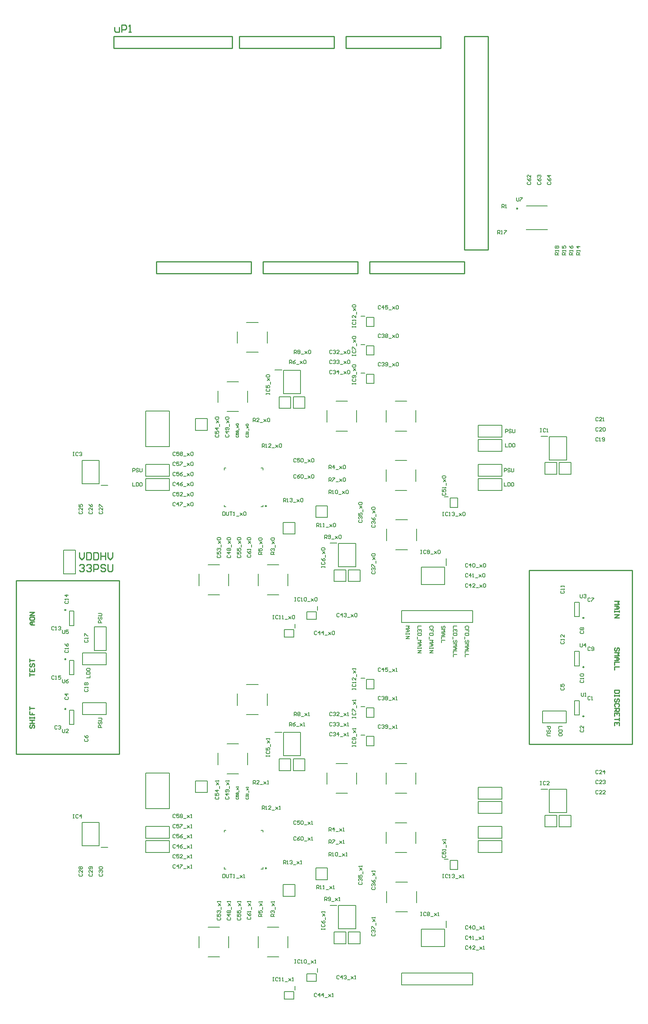
<source format=gbr>
%TF.GenerationSoftware,Altium Limited,Altium Designer,23.1.1 (15)*%
G04 Layer_Color=65535*
%FSLAX45Y45*%
%MOMM*%
%TF.SameCoordinates,0F2ED6FA-663B-4D60-9F9C-34395667DD86*%
%TF.FilePolarity,Positive*%
%TF.FileFunction,Legend,Top*%
%TF.Part,Single*%
G01*
G75*
%TA.AperFunction,NonConductor*%
%ADD53C,0.25000*%
%ADD54C,0.25400*%
%ADD55C,0.20000*%
%ADD56C,0.15240*%
D53*
X11251100Y17403500D02*
G03*
X11251100Y17403500I-12500J0D01*
G01*
X5864600Y3270300D02*
G03*
X5864600Y3270300I-12500J0D01*
G01*
Y11030000D02*
G03*
X5864600Y11030000I-12500J0D01*
G01*
X12672200Y6525600D02*
G03*
X12672200Y6525600I-12500J0D01*
G01*
X1564100Y6682400D02*
G03*
X1564100Y6682400I-12500J0D01*
G01*
X12672200Y8633800D02*
G03*
X12672200Y8633800I-12500J0D01*
G01*
Y7579700D02*
G03*
X12672200Y7579700I-12500J0D01*
G01*
X1564100Y8803300D02*
G03*
X1564100Y8803300I-12500J0D01*
G01*
Y7749200D02*
G03*
X1564100Y7749200I-12500J0D01*
G01*
D54*
X11493500Y5930900D02*
X13703300D01*
X11493500Y9652000D02*
X13703300D01*
Y5930900D02*
Y9652000D01*
X11493500Y5930900D02*
Y9652000D01*
X495300Y5715000D02*
X2705100D01*
X495300Y9436100D02*
X2705100D01*
Y5715000D02*
Y9436100D01*
X495300Y5715000D02*
Y9436100D01*
X8077200Y16014700D02*
X10109200D01*
X8077200Y16268700D02*
X10109200D01*
Y16014700D02*
Y16268700D01*
X8077200Y16014700D02*
Y16268700D01*
X7569200Y20840700D02*
X9601200D01*
X7569200Y21094701D02*
X9601200D01*
Y20840700D02*
Y21094701D01*
X7569200Y20840700D02*
Y21094701D01*
X5791200Y16014700D02*
X7823200D01*
X5791200Y16268700D02*
X7823200D01*
Y16014700D02*
Y16268700D01*
X5791200Y16014700D02*
Y16268700D01*
X5283200Y20840700D02*
X7315200D01*
X5283200Y21094701D02*
X7315200D01*
Y20840700D02*
Y21094701D01*
X5283200Y20840700D02*
Y21094701D01*
X3505200Y16014700D02*
X5537200D01*
X3505200Y16268700D02*
X5537200D01*
Y16014700D02*
Y16268700D01*
X3505200Y16014700D02*
Y16268700D01*
X2590800Y20840700D02*
X5130800D01*
X2590800Y21094701D02*
X5130800D01*
Y20840700D02*
Y21094701D01*
X2590800Y20840700D02*
Y21094701D01*
X10109200Y16523701D02*
Y21095702D01*
X10617200Y16523701D02*
Y21095702D01*
X10109200D02*
X10617200D01*
X10109200Y16523701D02*
X10617200D01*
X889000Y8487877D02*
X821288D01*
X787433Y8521733D01*
X821288Y8555589D01*
X889000D01*
X838216D01*
Y8487877D01*
X787433Y8640228D02*
Y8606372D01*
X804360Y8589445D01*
X872072D01*
X889000Y8606372D01*
Y8640228D01*
X872072Y8657156D01*
X804360D01*
X787433Y8640228D01*
X889000Y8691012D02*
X787433D01*
X889000Y8758723D01*
X787433D01*
X13322301Y8991542D02*
X13423866D01*
X13390012Y8957687D01*
X13423866Y8923831D01*
X13322301D01*
Y8889975D02*
X13390012D01*
X13423866Y8856119D01*
X13390012Y8822264D01*
X13322301D01*
X13373083D01*
Y8889975D01*
X13423866Y8788408D02*
Y8754552D01*
Y8771480D01*
X13322301D01*
Y8788408D01*
Y8754552D01*
Y8703768D02*
X13423866D01*
X13322301Y8636057D01*
X13423866D01*
X787433Y7382994D02*
Y7450705D01*
Y7416849D01*
X889000D01*
X787433Y7552272D02*
Y7484561D01*
X889000D01*
Y7552272D01*
X838217Y7484561D02*
Y7518417D01*
X804361Y7653839D02*
X787433Y7636912D01*
Y7603056D01*
X804361Y7586128D01*
X821289D01*
X838217Y7603056D01*
Y7636912D01*
X855144Y7653839D01*
X872072D01*
X889000Y7636912D01*
Y7603056D01*
X872072Y7586128D01*
X787433Y7687695D02*
Y7755407D01*
Y7721551D01*
X889000D01*
X804361Y6341585D02*
X787433Y6324657D01*
Y6290802D01*
X804361Y6273874D01*
X821289D01*
X838217Y6290802D01*
Y6324657D01*
X855144Y6341585D01*
X872072D01*
X889000Y6324657D01*
Y6290802D01*
X872072Y6273874D01*
X787433Y6375441D02*
X889000D01*
X838217D01*
Y6443152D01*
X787433D01*
X889000D01*
X787433Y6477008D02*
Y6510864D01*
Y6493936D01*
X889000D01*
Y6477008D01*
Y6510864D01*
X787433Y6629359D02*
Y6561648D01*
X838217D01*
Y6595503D01*
Y6561648D01*
X889000D01*
X787433Y6663215D02*
Y6730926D01*
Y6697071D01*
X889000D01*
X1854200Y10032975D02*
Y9931408D01*
X1904983Y9880625D01*
X1955767Y9931408D01*
Y10032975D01*
X2006551D02*
Y9880625D01*
X2082726D01*
X2108118Y9906017D01*
Y10007583D01*
X2082726Y10032975D01*
X2006551D01*
X2158901D02*
Y9880625D01*
X2235077D01*
X2260469Y9906017D01*
Y10007583D01*
X2235077Y10032975D01*
X2158901D01*
X2311252D02*
Y9880625D01*
Y9956800D01*
X2412819D01*
Y10032975D01*
Y9880625D01*
X2463603Y10032975D02*
Y9931408D01*
X2514386Y9880625D01*
X2565170Y9931408D01*
Y10032975D01*
X1854200Y9753583D02*
X1879592Y9778975D01*
X1930375D01*
X1955767Y9753583D01*
Y9728192D01*
X1930375Y9702800D01*
X1904983D01*
X1930375D01*
X1955767Y9677408D01*
Y9652017D01*
X1930375Y9626625D01*
X1879592D01*
X1854200Y9652017D01*
X2006551Y9753583D02*
X2031943Y9778975D01*
X2082726D01*
X2108118Y9753583D01*
Y9728192D01*
X2082726Y9702800D01*
X2057334D01*
X2082726D01*
X2108118Y9677408D01*
Y9652017D01*
X2082726Y9626625D01*
X2031943D01*
X2006551Y9652017D01*
X2158901Y9626625D02*
Y9778975D01*
X2235077D01*
X2260469Y9753583D01*
Y9702800D01*
X2235077Y9677408D01*
X2158901D01*
X2412819Y9753583D02*
X2387428Y9778975D01*
X2336644D01*
X2311252Y9753583D01*
Y9728192D01*
X2336644Y9702800D01*
X2387428D01*
X2412819Y9677408D01*
Y9652017D01*
X2387428Y9626625D01*
X2336644D01*
X2311252Y9652017D01*
X2463603Y9778975D02*
Y9652017D01*
X2488995Y9626625D01*
X2539778D01*
X2565170Y9652017D01*
Y9778975D01*
X13423866Y7086477D02*
X13322301D01*
Y7035693D01*
X13339227Y7018765D01*
X13406940D01*
X13423866Y7035693D01*
Y7086477D01*
Y6984910D02*
Y6951054D01*
Y6967982D01*
X13322301D01*
Y6984910D01*
Y6951054D01*
X13406940Y6832559D02*
X13423866Y6849487D01*
Y6883342D01*
X13406940Y6900270D01*
X13390012D01*
X13373083Y6883342D01*
Y6849487D01*
X13356155Y6832559D01*
X13339227D01*
X13322301Y6849487D01*
Y6883342D01*
X13339227Y6900270D01*
X13406940Y6730992D02*
X13423866Y6747919D01*
Y6781775D01*
X13406940Y6798703D01*
X13339227D01*
X13322301Y6781775D01*
Y6747919D01*
X13339227Y6730992D01*
X13322301Y6697136D02*
X13423866D01*
Y6646352D01*
X13406940Y6629424D01*
X13373083D01*
X13356155Y6646352D01*
Y6697136D01*
Y6663280D02*
X13322301Y6629424D01*
X13423866Y6527857D02*
Y6595568D01*
X13322301D01*
Y6527857D01*
X13373083Y6595568D02*
Y6561713D01*
X13423866Y6494001D02*
Y6426290D01*
Y6460146D01*
X13322301D01*
X13423866Y6324723D02*
Y6392434D01*
X13322301D01*
Y6324723D01*
X13373083Y6392434D02*
Y6358578D01*
X13406940Y7928979D02*
X13423866Y7945907D01*
Y7979762D01*
X13406940Y7996690D01*
X13390012D01*
X13373083Y7979762D01*
Y7945907D01*
X13356155Y7928979D01*
X13339227D01*
X13322301Y7945907D01*
Y7979762D01*
X13339227Y7996690D01*
X13322301Y7895123D02*
X13423866D01*
X13390012Y7861267D01*
X13423866Y7827412D01*
X13322301D01*
Y7793556D02*
X13390012D01*
X13423866Y7759700D01*
X13390012Y7725844D01*
X13322301D01*
X13373083D01*
Y7793556D01*
X13423866Y7691988D02*
X13322301D01*
Y7624277D01*
X13423866Y7590421D02*
X13322301D01*
Y7522710D01*
X2603500Y21285167D02*
Y21208992D01*
X2628892Y21183600D01*
X2705067D01*
Y21285167D01*
X2755851Y21183600D02*
Y21335951D01*
X2832026D01*
X2857418Y21310559D01*
Y21259775D01*
X2832026Y21234383D01*
X2755851D01*
X2908201Y21183600D02*
X2958985D01*
X2933593D01*
Y21335951D01*
X2908201Y21310559D01*
D55*
X11433600Y17458501D02*
Y17463499D01*
Y16953500D02*
Y16958501D01*
Y16953500D02*
X11883600D01*
Y17458501D02*
Y17463499D01*
Y16953500D02*
Y16958501D01*
X11433600Y17463499D02*
X11883600D01*
X11930802Y12518202D02*
X12300798D01*
Y12018198D02*
Y12518202D01*
X11930802Y12018198D02*
X12300798D01*
X11930802D02*
Y12518202D01*
X11748303Y12520701D02*
X11895800D01*
X12143202Y11711402D02*
Y11961404D01*
X12393204Y11711402D02*
Y11961404D01*
X12143202D02*
X12393204D01*
X12143202Y11711402D02*
X12393204D01*
X11838402D02*
Y11961404D01*
X12088404Y11711402D02*
Y11961404D01*
X11838402D02*
X12088404D01*
X11838402Y11711402D02*
X12088404D01*
X3276600Y13068300D02*
X3784600D01*
X3276600Y12306300D02*
X3784600D01*
X3276600D02*
Y13068300D01*
X3784600Y12306300D02*
Y13068300D01*
Y12581468D02*
Y13068300D01*
X3276600Y5308600D02*
X3784600D01*
X3276600Y4546600D02*
X3784600D01*
X3276600D02*
Y5308600D01*
X3784600Y4546600D02*
Y5308600D01*
Y4821768D02*
Y5308600D01*
X5749600Y4085300D02*
X5787100D01*
Y4047800D02*
Y4085300D01*
X4957100D02*
X4994600D01*
X4957100Y4047800D02*
Y4085300D01*
Y3255300D02*
Y3292800D01*
Y3255300D02*
X4994600D01*
X5749600D02*
X5787100D01*
Y3292800D01*
X6228502Y6180902D02*
X6598498D01*
Y5680898D02*
Y6180902D01*
X6228502Y5680898D02*
X6598498D01*
X6228502D02*
Y6180902D01*
X6046003Y6183401D02*
X6193500D01*
X7409602Y2472502D02*
X7779598D01*
Y1972498D02*
Y2472502D01*
X7409602Y1972498D02*
X7779598D01*
X7409602D02*
Y2472502D01*
X7227103Y2475001D02*
X7374600D01*
X7889900Y6728998D02*
X7974899D01*
X8009900Y6504000D02*
Y6704000D01*
Y6504000D02*
X8169900D01*
Y6704000D01*
X8009900D02*
X8169900D01*
X7889900Y6119398D02*
X7974899D01*
X8009900Y5894400D02*
Y6094400D01*
Y5894400D02*
X8169900D01*
Y6094400D01*
X8009900D02*
X8169900D01*
X6957598Y1042101D02*
Y1127100D01*
X6732600Y1007100D02*
X6932600D01*
X6732600Y847100D02*
Y1007100D01*
Y847100D02*
X6932600D01*
Y1007100D01*
X6474998Y661101D02*
Y746100D01*
X6250000Y626100D02*
X6450000D01*
X6250000Y466100D02*
Y626100D01*
Y466100D02*
X6450000D01*
Y626100D01*
X7889900Y7338598D02*
X7974899D01*
X8009900Y7113600D02*
Y7313600D01*
Y7113600D02*
X8169900D01*
Y7313600D01*
X8009900D02*
X8169900D01*
X9680600Y3465098D02*
X9765599D01*
X9800600Y3240100D02*
Y3440100D01*
Y3240100D02*
X9960600D01*
Y3440100D01*
X9800600D02*
X9960600D01*
X6440902Y5361402D02*
X6690898D01*
X6440902Y5611404D02*
X6690898D01*
X6440902Y5361402D02*
Y5611404D01*
X6690898Y5361402D02*
Y5611404D01*
X6136102Y5361402D02*
X6386098D01*
X6136102Y5611404D02*
X6386098D01*
X6136102Y5361402D02*
Y5611404D01*
X6386098Y5361402D02*
Y5611404D01*
X5687101Y1564198D02*
Y1814002D01*
X5882198Y1369101D02*
X6132002D01*
X6327099Y1564198D02*
Y1814002D01*
X5882198Y2009099D02*
X6132002D01*
X4823501Y5488498D02*
Y5738302D01*
X5018598Y5293401D02*
X5268402D01*
X5463499Y5488498D02*
Y5738302D01*
X5018598Y5933399D02*
X5268402D01*
X7622002Y1653002D02*
X7871998D01*
X7622002Y1903004D02*
X7871998D01*
X7622002Y1653002D02*
Y1903004D01*
X7871998Y1653002D02*
Y1903004D01*
X7317202Y1653002D02*
X7567198D01*
X7317202Y1903004D02*
X7567198D01*
X7317202Y1653002D02*
Y1903004D01*
X7567198Y1653002D02*
Y1903004D01*
X4417101Y1564198D02*
Y1814002D01*
X4612198Y1369101D02*
X4862002D01*
X5057099Y1564198D02*
Y1814002D01*
X4612198Y2009099D02*
X4862002D01*
X7160301Y5069398D02*
Y5319202D01*
X7355398Y4874301D02*
X7605202D01*
X7800299Y5069398D02*
Y5319202D01*
X7355398Y5514299D02*
X7605202D01*
X5242601Y6758498D02*
Y7008302D01*
X5437698Y6563401D02*
X5687502D01*
X5882599Y6758498D02*
Y7008302D01*
X5437698Y7203399D02*
X5687502D01*
X8430301Y5069398D02*
Y5319202D01*
X8625398Y4874301D02*
X8875202D01*
X9070299Y5069398D02*
Y5319202D01*
X8625398Y5514299D02*
X8875202D01*
X8443001Y2529398D02*
Y2779202D01*
X8638098Y2334301D02*
X8887902D01*
X9082999Y2529398D02*
Y2779202D01*
X8638098Y2974299D02*
X8887902D01*
X8430301Y3799398D02*
Y4049202D01*
X8625398Y3604301D02*
X8875202D01*
X9070299Y3799398D02*
Y4049202D01*
X8625398Y4244299D02*
X8875202D01*
X4345402Y4891502D02*
X4595398D01*
X4345402Y5141504D02*
X4595398D01*
X4345402Y4891502D02*
Y5141504D01*
X4595398Y4891502D02*
Y5141504D01*
X9686102Y1593002D02*
Y1962998D01*
X9186098Y1593002D02*
X9686102D01*
X9186098D02*
Y1962998D01*
X9686102D01*
X9721098Y1998000D02*
Y2145502D01*
X8763000Y774700D02*
Y1028700D01*
X10287000Y774700D02*
Y1028700D01*
X8763000Y774700D02*
X10287000D01*
X8763000Y1028700D02*
X10287000D01*
X6225002Y2669002D02*
X6474998D01*
X6225002Y2919004D02*
X6474998D01*
X6225002Y2669002D02*
Y2919004D01*
X6474998Y2669002D02*
Y2919004D01*
X6923502Y3024602D02*
X7173498D01*
X6923502Y3274604D02*
X7173498D01*
X6923502Y3024602D02*
Y3274604D01*
X7173498Y3024602D02*
Y3274604D01*
X3276600Y3911600D02*
Y4165600D01*
X3784600D01*
Y3911600D02*
Y4165600D01*
X3276600Y3911600D02*
X3784600D01*
Y3606800D02*
Y3860800D01*
X3276600Y3606800D02*
X3784600D01*
X3276600D02*
Y3860800D01*
X3784600D01*
X10909300Y4749800D02*
Y5003800D01*
X10401300Y4749800D02*
X10909300D01*
X10401300D02*
Y5003800D01*
X10909300D01*
X10401300Y4445000D02*
Y4699000D01*
X10909300D01*
Y4445000D02*
Y4699000D01*
X10401300Y4445000D02*
X10909300D01*
Y3911600D02*
Y4165600D01*
X10401300Y3911600D02*
X10909300D01*
X10401300D02*
Y4165600D01*
X10909300D01*
X10401300Y3606800D02*
Y3860800D01*
X10909300D01*
Y3606800D02*
Y3860800D01*
X10401300Y3606800D02*
X10909300D01*
X7173498Y10784302D02*
Y11034304D01*
X6923502Y10784302D02*
Y11034304D01*
X7173498D01*
X6923502Y10784302D02*
X7173498D01*
X4595398Y12651202D02*
Y12901204D01*
X4345402Y12651202D02*
Y12901204D01*
X4595398D01*
X4345402Y12651202D02*
X4595398D01*
X5787100Y11015000D02*
Y11052500D01*
X5749600Y11015000D02*
X5787100D01*
X4957100D02*
X4994600D01*
X4957100D02*
Y11052500D01*
Y11807500D02*
Y11845000D01*
X4994600D01*
X5787100Y11807500D02*
Y11845000D01*
X5749600D02*
X5787100D01*
X10401300Y11925300D02*
X10909300D01*
X10401300Y11671300D02*
Y11925300D01*
Y11671300D02*
X10909300D01*
Y11925300D01*
X10401300Y11366500D02*
X10909300D01*
Y11620500D01*
X10401300D02*
X10909300D01*
X10401300Y11366500D02*
Y11620500D01*
Y12763500D02*
X10909300D01*
X10401300Y12509500D02*
Y12763500D01*
Y12509500D02*
X10909300D01*
Y12763500D01*
X10401300Y12204700D02*
X10909300D01*
Y12458700D01*
X10401300D02*
X10909300D01*
X10401300Y12204700D02*
Y12458700D01*
X3276600Y11671300D02*
X3784600D01*
Y11925300D01*
X3276600D02*
X3784600D01*
X3276600Y11671300D02*
Y11925300D01*
Y11620500D02*
X3784600D01*
X3276600Y11366500D02*
Y11620500D01*
Y11366500D02*
X3784600D01*
Y11620500D01*
X6474998Y10428702D02*
Y10678704D01*
X6225002Y10428702D02*
Y10678704D01*
X6474998D01*
X6225002Y10428702D02*
X6474998D01*
X8763000Y8534400D02*
Y8788400D01*
X10287000Y8534400D02*
Y8788400D01*
X8763000Y8534400D02*
X10287000D01*
X8763000Y8788400D02*
X10287000D01*
X7622002Y9412702D02*
X7871998D01*
X7622002Y9662704D02*
X7871998D01*
X7622002Y9412702D02*
Y9662704D01*
X7871998Y9412702D02*
Y9662704D01*
X7317202Y9412702D02*
X7567198D01*
X7317202Y9662704D02*
X7567198D01*
X7317202Y9412702D02*
Y9662704D01*
X7567198Y9412702D02*
Y9662704D01*
X6440902Y13121101D02*
X6690898D01*
X6440902Y13371104D02*
X6690898D01*
X6440902Y13121101D02*
Y13371104D01*
X6690898Y13121101D02*
Y13371104D01*
X6136102Y13121101D02*
X6386098D01*
X6136102Y13371104D02*
X6386098D01*
X6136102Y13121101D02*
Y13371104D01*
X6386098Y13121101D02*
Y13371104D01*
X8443001Y10289098D02*
Y10538902D01*
X8638098Y10094001D02*
X8887902D01*
X9082999Y10289098D02*
Y10538902D01*
X8638098Y10733999D02*
X8887902D01*
X8430301Y11559098D02*
Y11808902D01*
X8625398Y11364001D02*
X8875202D01*
X9070299Y11559098D02*
Y11808902D01*
X8625398Y12003999D02*
X8875202D01*
X5242601Y14518198D02*
Y14768002D01*
X5437698Y14323100D02*
X5687502D01*
X5882599Y14518198D02*
Y14768002D01*
X5437698Y14963100D02*
X5687502D01*
X8430301Y12829099D02*
Y13078902D01*
X8625398Y12634001D02*
X8875202D01*
X9070299Y12829099D02*
Y13078902D01*
X8625398Y13273999D02*
X8875202D01*
X4417101Y9323898D02*
Y9573702D01*
X4612198Y9128801D02*
X4862002D01*
X5057099Y9323898D02*
Y9573702D01*
X4612198Y9768799D02*
X4862002D01*
X7160301Y12829099D02*
Y13078902D01*
X7355398Y12634001D02*
X7605202D01*
X7800299Y12829099D02*
Y13078902D01*
X7355398Y13273999D02*
X7605202D01*
X5687101Y9323898D02*
Y9573702D01*
X5882198Y9128801D02*
X6132002D01*
X6327099Y9323898D02*
Y9573702D01*
X5882198Y9768799D02*
X6132002D01*
X4823501Y13248198D02*
Y13498003D01*
X5018598Y13053101D02*
X5268402D01*
X5463499Y13248198D02*
Y13498003D01*
X5018598Y13693098D02*
X5268402D01*
X9680600Y11224798D02*
X9765599D01*
X9800600Y10999800D02*
Y11199800D01*
Y10999800D02*
X9960600D01*
Y11199800D01*
X9800600D02*
X9960600D01*
X8009900Y15073300D02*
X8169900D01*
Y14873300D02*
Y15073300D01*
X8009900Y14873300D02*
X8169900D01*
X8009900D02*
Y15073300D01*
X7889900Y15098299D02*
X7974899D01*
X6474998Y8420801D02*
Y8505800D01*
X6250000Y8385800D02*
X6450000D01*
X6250000Y8225800D02*
Y8385800D01*
Y8225800D02*
X6450000D01*
Y8385800D01*
X6957598Y8801801D02*
Y8886800D01*
X6732600Y8766800D02*
X6932600D01*
X6732600Y8606800D02*
Y8766800D01*
Y8606800D02*
X6932600D01*
Y8766800D01*
X8009900Y13854100D02*
X8169900D01*
Y13654100D02*
Y13854100D01*
X8009900Y13654100D02*
X8169900D01*
X8009900D02*
Y13854100D01*
X7889900Y13879099D02*
X7974899D01*
X9686102Y9352702D02*
Y9722698D01*
X9186098Y9352702D02*
X9686102D01*
X9186098D02*
Y9722698D01*
X9686102D01*
X9721098Y9757700D02*
Y9905202D01*
X8009900Y14463699D02*
X8169900D01*
Y14263699D02*
Y14463699D01*
X8009900Y14263699D02*
X8169900D01*
X8009900D02*
Y14463699D01*
X7889900Y14488698D02*
X7974899D01*
X7409602Y10232202D02*
X7779598D01*
Y9732198D02*
Y10232202D01*
X7409602Y9732198D02*
X7779598D01*
X7409602D02*
Y10232202D01*
X7227103Y10234701D02*
X7374600D01*
X6228502Y13940602D02*
X6598498D01*
Y13440598D02*
Y13940602D01*
X6228502Y13440598D02*
X6598498D01*
X6228502D02*
Y13940602D01*
X6046003Y13943102D02*
X6193500D01*
X11748303Y4964201D02*
X11895800D01*
X11930802Y4461698D02*
Y4961702D01*
Y4461698D02*
X12300798D01*
Y4961702D01*
X11930802D02*
X12300798D01*
X1910502Y11510198D02*
X2280498D01*
X1910502D02*
Y12010202D01*
X2280498D01*
Y11510198D02*
Y12010202D01*
X2315500Y11475202D02*
X2463002D01*
X2315500Y3715502D02*
X2463002D01*
X2280498Y3750498D02*
Y4250502D01*
X1910502D02*
X2280498D01*
X1910502Y3750498D02*
Y4250502D01*
Y3750498D02*
X2280498D01*
X12293600Y6388100D02*
Y6642100D01*
X11785600Y6388100D02*
X12293600D01*
X11785600D02*
Y6642100D01*
X12293600D01*
X1917700Y6565900D02*
X2425700D01*
Y6819900D01*
X1917700D02*
X2425700D01*
X1917700Y6565900D02*
Y6819900D01*
X1511300Y10083800D02*
X1765300D01*
Y9575800D02*
Y10083800D01*
X1511300Y9575800D02*
X1765300D01*
X1511300D02*
Y10083800D01*
X1917700Y7886700D02*
X2425700D01*
X1917700Y7632700D02*
Y7886700D01*
Y7632700D02*
X2425700D01*
Y7886700D01*
X2171700Y7937500D02*
Y8445500D01*
Y7937500D02*
X2425700D01*
Y8445500D01*
X2171700D02*
X2425700D01*
X12143202Y4154902D02*
X12393204D01*
X12143202Y4404904D02*
X12393204D01*
Y4154902D02*
Y4404904D01*
X12143202Y4154902D02*
Y4404904D01*
X11838402Y4154902D02*
X12088404D01*
X11838402Y4404904D02*
X12088404D01*
Y4154902D02*
Y4404904D01*
X11838402Y4154902D02*
Y4404904D01*
X12472203Y6550599D02*
Y6860601D01*
X12572202Y6550599D02*
Y6860601D01*
X12472203D02*
X12572202D01*
X12472203Y6550599D02*
X12572202D01*
X1639098Y6657401D02*
X1739102D01*
X1639098Y6347399D02*
X1739102D01*
X1639098D02*
Y6657401D01*
X1739102Y6347399D02*
Y6657401D01*
X12472203Y8658799D02*
X12572202D01*
X12472203Y8968801D02*
X12572202D01*
Y8658799D02*
Y8968801D01*
X12472203Y8658799D02*
Y8968801D01*
Y7604699D02*
Y7914701D01*
X12572202Y7604699D02*
Y7914701D01*
X12472203D02*
X12572202D01*
X12472203Y7604699D02*
X12572202D01*
X1639098Y8778301D02*
X1739102D01*
X1639098Y8468299D02*
X1739102D01*
X1639098D02*
Y8778301D01*
X1739102Y8468299D02*
Y8778301D01*
X1639098Y7724201D02*
X1739102D01*
X1639098Y7414199D02*
X1739102D01*
X1639098D02*
Y7724201D01*
X1739102Y7414199D02*
Y7724201D01*
D56*
X2006612Y7350826D02*
X2082788D01*
Y7401609D01*
X2006612Y7427001D02*
X2082788D01*
Y7465089D01*
X2070092Y7477785D01*
X2019308D01*
X2006612Y7465089D01*
Y7427001D01*
Y7541264D02*
Y7515872D01*
X2019308Y7503177D01*
X2070092D01*
X2082788Y7515872D01*
Y7541264D01*
X2070092Y7553960D01*
X2019308D01*
X2006612Y7541264D01*
X2336788Y8524240D02*
X2260612D01*
Y8562328D01*
X2273308Y8575023D01*
X2298700D01*
X2311396Y8562328D01*
Y8524240D01*
X2273308Y8651199D02*
X2260612Y8638503D01*
Y8613111D01*
X2273308Y8600415D01*
X2286004D01*
X2298700Y8613111D01*
Y8638503D01*
X2311396Y8651199D01*
X2324092D01*
X2336788Y8638503D01*
Y8613111D01*
X2324092Y8600415D01*
X2260612Y8676591D02*
X2324092D01*
X2336788Y8689287D01*
Y8714679D01*
X2324092Y8727374D01*
X2260612D01*
X2336788Y6284026D02*
X2260612D01*
Y6322114D01*
X2273308Y6334809D01*
X2298700D01*
X2311396Y6322114D01*
Y6284026D01*
X2273308Y6410985D02*
X2260612Y6398289D01*
Y6372897D01*
X2273308Y6360201D01*
X2286004D01*
X2298700Y6372897D01*
Y6398289D01*
X2311396Y6410985D01*
X2324092D01*
X2336788Y6398289D01*
Y6372897D01*
X2324092Y6360201D01*
X2260612Y6436377D02*
X2324092D01*
X2336788Y6449072D01*
Y6474464D01*
X2324092Y6487160D01*
X2260612D01*
X12204688Y6309360D02*
X12128512D01*
Y6258577D01*
X12204688Y6233185D02*
X12128512D01*
Y6195097D01*
X12141208Y6182401D01*
X12191992D01*
X12204688Y6195097D01*
Y6233185D01*
Y6118921D02*
Y6144313D01*
X12191992Y6157009D01*
X12141208D01*
X12128512Y6144313D01*
Y6118921D01*
X12141208Y6106226D01*
X12191992D01*
X12204688Y6118921D01*
X11874512Y6309360D02*
X11950688D01*
Y6271272D01*
X11937992Y6258577D01*
X11912600D01*
X11899904Y6271272D01*
Y6309360D01*
X11937992Y6182401D02*
X11950688Y6195097D01*
Y6220489D01*
X11937992Y6233185D01*
X11925296D01*
X11912600Y6220489D01*
Y6195097D01*
X11899904Y6182401D01*
X11887208D01*
X11874512Y6195097D01*
Y6220489D01*
X11887208Y6233185D01*
X11950688Y6157009D02*
X11887208D01*
X11874512Y6144313D01*
Y6118921D01*
X11887208Y6106226D01*
X11950688D01*
X9950436Y8455660D02*
X9874260D01*
Y8404877D01*
X9950436Y8328701D02*
Y8379485D01*
X9874260D01*
Y8328701D01*
X9912348Y8379485D02*
Y8354093D01*
X9950436Y8303309D02*
X9874260D01*
Y8265221D01*
X9886956Y8252526D01*
X9937740D01*
X9950436Y8265221D01*
Y8303309D01*
X9861564Y8227134D02*
Y8176350D01*
X9937740Y8100175D02*
X9950436Y8112871D01*
Y8138263D01*
X9937740Y8150959D01*
X9925044D01*
X9912348Y8138263D01*
Y8112871D01*
X9899652Y8100175D01*
X9886956D01*
X9874260Y8112871D01*
Y8138263D01*
X9886956Y8150959D01*
X9874260Y8074783D02*
X9950436D01*
X9925044Y8049391D01*
X9950436Y8024000D01*
X9874260D01*
Y7998608D02*
X9925044D01*
X9950436Y7973216D01*
X9925044Y7947824D01*
X9874260D01*
X9912348D01*
Y7998608D01*
X9950436Y7922432D02*
X9874260D01*
Y7871649D01*
X9950436Y7846257D02*
X9874260D01*
Y7795474D01*
X10191740Y8404877D02*
X10204436Y8417572D01*
Y8442964D01*
X10191740Y8455660D01*
X10140956D01*
X10128260Y8442964D01*
Y8417572D01*
X10140956Y8404877D01*
X10204436Y8328701D02*
Y8379485D01*
X10166348D01*
Y8354093D01*
Y8379485D01*
X10128260D01*
X10204436Y8303309D02*
X10128260D01*
Y8265221D01*
X10140956Y8252526D01*
X10191740D01*
X10204436Y8265221D01*
Y8303309D01*
X10115564Y8227134D02*
Y8176350D01*
X10191740Y8100175D02*
X10204436Y8112871D01*
Y8138263D01*
X10191740Y8150959D01*
X10179044D01*
X10166348Y8138263D01*
Y8112871D01*
X10153652Y8100175D01*
X10140956D01*
X10128260Y8112871D01*
Y8138263D01*
X10140956Y8150959D01*
X10128260Y8074783D02*
X10204436D01*
X10179044Y8049391D01*
X10204436Y8024000D01*
X10128260D01*
Y7998608D02*
X10179044D01*
X10204436Y7973216D01*
X10179044Y7947824D01*
X10128260D01*
X10166348D01*
Y7998608D01*
X10204436Y7922432D02*
X10128260D01*
Y7871649D01*
X10204436Y7846257D02*
X10128260D01*
Y7795474D01*
X9188436Y8455660D02*
X9112260D01*
Y8404877D01*
X9188436Y8328701D02*
Y8379485D01*
X9112260D01*
Y8328701D01*
X9150348Y8379485D02*
Y8354093D01*
X9188436Y8303309D02*
X9112260D01*
Y8265221D01*
X9124956Y8252526D01*
X9175740D01*
X9188436Y8265221D01*
Y8303309D01*
X9099564Y8227134D02*
Y8176350D01*
X9112260Y8150959D02*
X9188436D01*
X9163044Y8125567D01*
X9188436Y8100175D01*
X9112260D01*
Y8074783D02*
X9163044D01*
X9188436Y8049391D01*
X9163044Y8024000D01*
X9112260D01*
X9150348D01*
Y8074783D01*
X9188436Y7998608D02*
Y7973216D01*
Y7985912D01*
X9112260D01*
Y7998608D01*
Y7973216D01*
Y7935128D02*
X9188436D01*
X9112260Y7884345D01*
X9188436D01*
X9677392Y8404877D02*
X9690088Y8417572D01*
Y8442964D01*
X9677392Y8455660D01*
X9664696D01*
X9652000Y8442964D01*
Y8417572D01*
X9639304Y8404877D01*
X9626608D01*
X9613912Y8417572D01*
Y8442964D01*
X9626608Y8455660D01*
X9613912Y8379485D02*
X9690088D01*
X9664696Y8354093D01*
X9690088Y8328701D01*
X9613912D01*
Y8303309D02*
X9664696D01*
X9690088Y8277917D01*
X9664696Y8252526D01*
X9613912D01*
X9652000D01*
Y8303309D01*
X9690088Y8227134D02*
X9613912D01*
Y8176350D01*
X9690088Y8150959D02*
X9613912D01*
Y8100175D01*
X8851912Y8455660D02*
X8928088D01*
X8902696Y8430268D01*
X8928088Y8404877D01*
X8851912D01*
Y8379485D02*
X8902696D01*
X8928088Y8354093D01*
X8902696Y8328701D01*
X8851912D01*
X8890000D01*
Y8379485D01*
X8928088Y8303309D02*
Y8277917D01*
Y8290613D01*
X8851912D01*
Y8303309D01*
Y8277917D01*
Y8239830D02*
X8928088D01*
X8851912Y8189046D01*
X8928088D01*
X9429740Y8404877D02*
X9442436Y8417572D01*
Y8442964D01*
X9429740Y8455660D01*
X9378956D01*
X9366260Y8442964D01*
Y8417572D01*
X9378956Y8404877D01*
X9442436Y8328701D02*
Y8379485D01*
X9404348D01*
Y8354093D01*
Y8379485D01*
X9366260D01*
X9442436Y8303309D02*
X9366260D01*
Y8265221D01*
X9378956Y8252526D01*
X9429740D01*
X9442436Y8265221D01*
Y8303309D01*
X9353564Y8227134D02*
Y8176350D01*
X9366260Y8150959D02*
X9442436D01*
X9417044Y8125567D01*
X9442436Y8100175D01*
X9366260D01*
Y8074783D02*
X9417044D01*
X9442436Y8049391D01*
X9417044Y8024000D01*
X9366260D01*
X9404348D01*
Y8074783D01*
X9442436Y7998608D02*
Y7973216D01*
Y7985912D01*
X9366260D01*
Y7998608D01*
Y7973216D01*
Y7935128D02*
X9442436D01*
X9366260Y7884345D01*
X9442436D01*
X10962640Y11760212D02*
Y11836388D01*
X11000728D01*
X11013423Y11823692D01*
Y11798300D01*
X11000728Y11785604D01*
X10962640D01*
X11089599Y11823692D02*
X11076903Y11836388D01*
X11051511D01*
X11038815Y11823692D01*
Y11810996D01*
X11051511Y11798300D01*
X11076903D01*
X11089599Y11785604D01*
Y11772908D01*
X11076903Y11760212D01*
X11051511D01*
X11038815Y11772908D01*
X11114991Y11836388D02*
Y11772908D01*
X11127687Y11760212D01*
X11153079D01*
X11165774Y11772908D01*
Y11836388D01*
X10962640Y11531588D02*
Y11455412D01*
X11013423D01*
X11038815Y11531588D02*
Y11455412D01*
X11076903D01*
X11089599Y11468108D01*
Y11518892D01*
X11076903Y11531588D01*
X11038815D01*
X11153079D02*
X11127687D01*
X11114991Y11518892D01*
Y11468108D01*
X11127687Y11455412D01*
X11153079D01*
X11165774Y11468108D01*
Y11518892D01*
X11153079Y11531588D01*
X10988040Y12369788D02*
Y12293612D01*
X11038823D01*
X11064215Y12369788D02*
Y12293612D01*
X11102303D01*
X11114999Y12306308D01*
Y12357092D01*
X11102303Y12369788D01*
X11064215D01*
X11178479D02*
X11153087D01*
X11140391Y12357092D01*
Y12306308D01*
X11153087Y12293612D01*
X11178479D01*
X11191174Y12306308D01*
Y12357092D01*
X11178479Y12369788D01*
X10988040Y12598412D02*
Y12674588D01*
X11026128D01*
X11038823Y12661892D01*
Y12636500D01*
X11026128Y12623804D01*
X10988040D01*
X11114999Y12661892D02*
X11102303Y12674588D01*
X11076911D01*
X11064215Y12661892D01*
Y12649196D01*
X11076911Y12636500D01*
X11102303D01*
X11114999Y12623804D01*
Y12611108D01*
X11102303Y12598412D01*
X11076911D01*
X11064215Y12611108D01*
X11140391Y12674588D02*
Y12611108D01*
X11153087Y12598412D01*
X11178479D01*
X11191174Y12611108D01*
Y12674588D01*
X2994726Y11531588D02*
Y11455412D01*
X3045509D01*
X3070901Y11531588D02*
Y11455412D01*
X3108989D01*
X3121685Y11468108D01*
Y11518892D01*
X3108989Y11531588D01*
X3070901D01*
X3185164D02*
X3159772D01*
X3147077Y11518892D01*
Y11468108D01*
X3159772Y11455412D01*
X3185164D01*
X3197860Y11468108D01*
Y11518892D01*
X3185164Y11531588D01*
X2994726Y11760212D02*
Y11836388D01*
X3032814D01*
X3045509Y11823692D01*
Y11798300D01*
X3032814Y11785604D01*
X2994726D01*
X3121685Y11823692D02*
X3108989Y11836388D01*
X3083597D01*
X3070901Y11823692D01*
Y11810996D01*
X3083597Y11798300D01*
X3108989D01*
X3121685Y11785604D01*
Y11772908D01*
X3108989Y11760212D01*
X3083597D01*
X3070901Y11772908D01*
X3147077Y11836388D02*
Y11772908D01*
X3159772Y11760212D01*
X3185164D01*
X3197860Y11772908D01*
Y11836388D01*
X11229340Y17640276D02*
Y17576796D01*
X11242036Y17564101D01*
X11267428D01*
X11280123Y17576796D01*
Y17640276D01*
X11305515D02*
X11356299D01*
Y17627579D01*
X11305515Y17576796D01*
Y17564101D01*
X12128500Y16413480D02*
X12052325D01*
Y16451569D01*
X12065021Y16464262D01*
X12090412D01*
X12103108Y16451569D01*
Y16413480D01*
Y16438872D02*
X12128500Y16464262D01*
Y16489655D02*
Y16515047D01*
Y16502351D01*
X12052325D01*
X12065021Y16489655D01*
Y16553136D02*
X12052325Y16565831D01*
Y16591223D01*
X12065021Y16603918D01*
X12077717D01*
X12090412Y16591223D01*
X12103108Y16603918D01*
X12115804D01*
X12128500Y16591223D01*
Y16565831D01*
X12115804Y16553136D01*
X12103108D01*
X12090412Y16565831D01*
X12077717Y16553136D01*
X12065021D01*
X12090412Y16565831D02*
Y16591223D01*
X10822940Y16860519D02*
Y16936694D01*
X10861028D01*
X10873723Y16923999D01*
Y16898608D01*
X10861028Y16885912D01*
X10822940D01*
X10848332D02*
X10873723Y16860519D01*
X10899115D02*
X10924507D01*
X10911811D01*
Y16936694D01*
X10899115Y16923999D01*
X10962595Y16936694D02*
X11013378D01*
Y16923999D01*
X10962595Y16873216D01*
Y16860519D01*
X12433300Y16413480D02*
X12357125D01*
Y16451569D01*
X12369821Y16464262D01*
X12395212D01*
X12407908Y16451569D01*
Y16413480D01*
Y16438872D02*
X12433300Y16464262D01*
Y16489655D02*
Y16515047D01*
Y16502351D01*
X12357125D01*
X12369821Y16489655D01*
X12357125Y16603918D02*
X12369821Y16578526D01*
X12395212Y16553136D01*
X12420604D01*
X12433300Y16565831D01*
Y16591223D01*
X12420604Y16603918D01*
X12407908D01*
X12395212Y16591223D01*
Y16553136D01*
X12280900Y16413480D02*
X12204725D01*
Y16451569D01*
X12217421Y16464262D01*
X12242812D01*
X12255508Y16451569D01*
Y16413480D01*
Y16438872D02*
X12280900Y16464262D01*
Y16489655D02*
Y16515047D01*
Y16502351D01*
X12204725D01*
X12217421Y16489655D01*
X12204725Y16603918D02*
Y16553136D01*
X12242812D01*
X12230117Y16578526D01*
Y16591223D01*
X12242812Y16603918D01*
X12268204D01*
X12280900Y16591223D01*
Y16565831D01*
X12268204Y16553136D01*
X12585700Y16413480D02*
X12509525D01*
Y16451569D01*
X12522221Y16464262D01*
X12547612D01*
X12560308Y16451569D01*
Y16413480D01*
Y16438872D02*
X12585700Y16464262D01*
Y16489655D02*
Y16515047D01*
Y16502351D01*
X12509525D01*
X12522221Y16489655D01*
X12585700Y16591223D02*
X12509525D01*
X12547612Y16553136D01*
Y16603918D01*
X11899921Y17967943D02*
X11887225Y17955247D01*
Y17929855D01*
X11899921Y17917160D01*
X11950704D01*
X11963400Y17929855D01*
Y17955247D01*
X11950704Y17967943D01*
X11887225Y18044119D02*
X11899921Y18018727D01*
X11925312Y17993335D01*
X11950704D01*
X11963400Y18006030D01*
Y18031422D01*
X11950704Y18044119D01*
X11938008D01*
X11925312Y18031422D01*
Y17993335D01*
X11963400Y18107599D02*
X11887225D01*
X11925312Y18069511D01*
Y18120294D01*
X11684021Y17967943D02*
X11671325Y17955247D01*
Y17929855D01*
X11684021Y17917160D01*
X11734804D01*
X11747500Y17929855D01*
Y17955247D01*
X11734804Y17967943D01*
X11671325Y18044119D02*
X11684021Y18018727D01*
X11709412Y17993335D01*
X11734804D01*
X11747500Y18006030D01*
Y18031422D01*
X11734804Y18044119D01*
X11722108D01*
X11709412Y18031422D01*
Y17993335D01*
X11684021Y18069511D02*
X11671325Y18082207D01*
Y18107599D01*
X11684021Y18120294D01*
X11696717D01*
X11709412Y18107599D01*
Y18094904D01*
Y18107599D01*
X11722108Y18120294D01*
X11734804D01*
X11747500Y18107599D01*
Y18082207D01*
X11734804Y18069511D01*
X11468121Y17967943D02*
X11455425Y17955247D01*
Y17929855D01*
X11468121Y17917160D01*
X11518904D01*
X11531600Y17929855D01*
Y17955247D01*
X11518904Y17967943D01*
X11455425Y18044119D02*
X11468121Y18018727D01*
X11493512Y17993335D01*
X11518904D01*
X11531600Y18006030D01*
Y18031422D01*
X11518904Y18044119D01*
X11506208D01*
X11493512Y18031422D01*
Y17993335D01*
X11531600Y18120294D02*
Y18069511D01*
X11480817Y18120294D01*
X11468121D01*
X11455425Y18107599D01*
Y18082207D01*
X11468121Y18069511D01*
X6226772Y3359623D02*
Y3435799D01*
X6264860D01*
X6277556Y3423103D01*
Y3397711D01*
X6264860Y3385015D01*
X6226772D01*
X6252164D02*
X6277556Y3359623D01*
X6302948D02*
X6328339D01*
X6315643D01*
Y3435799D01*
X6302948Y3423103D01*
X6366427D02*
X6379123Y3435799D01*
X6404515D01*
X6417210Y3423103D01*
Y3410407D01*
X6404515Y3397711D01*
X6391819D01*
X6404515D01*
X6417210Y3385015D01*
Y3372319D01*
X6404515Y3359623D01*
X6379123D01*
X6366427Y3372319D01*
X6442602Y3346928D02*
X6493386D01*
X6518778Y3410407D02*
X6569561Y3359623D01*
X6544170Y3385015D01*
X6569561Y3410407D01*
X6518778Y3359623D01*
X6594953D02*
X6620345D01*
X6607649D01*
Y3435799D01*
X6594953Y3423103D01*
X5772218Y4527560D02*
Y4603736D01*
X5810306D01*
X5823001Y4591040D01*
Y4565648D01*
X5810306Y4552952D01*
X5772218D01*
X5797610D02*
X5823001Y4527560D01*
X5848393D02*
X5873785D01*
X5861089D01*
Y4603736D01*
X5848393Y4591040D01*
X5962656Y4527560D02*
X5911873D01*
X5962656Y4578344D01*
Y4591040D01*
X5949960Y4603736D01*
X5924569D01*
X5911873Y4591040D01*
X5988048Y4514864D02*
X6038831D01*
X6064223Y4578344D02*
X6115007Y4527560D01*
X6089615Y4552952D01*
X6115007Y4578344D01*
X6064223Y4527560D01*
X6140399D02*
X6165791D01*
X6153095D01*
Y4603736D01*
X6140399Y4591040D01*
X6939280Y2827020D02*
Y2903195D01*
X6977368D01*
X6990063Y2890499D01*
Y2865108D01*
X6977368Y2852412D01*
X6939280D01*
X6964672D02*
X6990063Y2827020D01*
X7015455D02*
X7040847D01*
X7028151D01*
Y2903195D01*
X7015455Y2890499D01*
X7078935Y2827020D02*
X7104327D01*
X7091631D01*
Y2903195D01*
X7078935Y2890499D01*
X7142414Y2814324D02*
X7193198D01*
X7218590Y2877803D02*
X7269373Y2827020D01*
X7243981Y2852412D01*
X7269373Y2877803D01*
X7218590Y2827020D01*
X7294765D02*
X7320157D01*
X7307461D01*
Y2903195D01*
X7294765Y2890499D01*
X7203440Y3535680D02*
Y3611855D01*
X7241528D01*
X7254223Y3599159D01*
Y3573768D01*
X7241528Y3561072D01*
X7203440D01*
X7228832D02*
X7254223Y3535680D01*
X7279615D02*
X7305007D01*
X7292311D01*
Y3611855D01*
X7279615Y3599159D01*
X7343095D02*
X7355791Y3611855D01*
X7381183D01*
X7393878Y3599159D01*
Y3548376D01*
X7381183Y3535680D01*
X7355791D01*
X7343095Y3548376D01*
Y3599159D01*
X7419270Y3522984D02*
X7470054D01*
X7495446Y3586463D02*
X7546229Y3535680D01*
X7520837Y3561072D01*
X7546229Y3586463D01*
X7495446Y3535680D01*
X7571621D02*
X7597013D01*
X7584317D01*
Y3611855D01*
X7571621Y3599159D01*
X7112058Y2571760D02*
Y2647936D01*
X7150145D01*
X7162841Y2635240D01*
Y2609848D01*
X7150145Y2597152D01*
X7112058D01*
X7137450D02*
X7162841Y2571760D01*
X7188233Y2584456D02*
X7200929Y2571760D01*
X7226321D01*
X7239017Y2584456D01*
Y2635240D01*
X7226321Y2647936D01*
X7200929D01*
X7188233Y2635240D01*
Y2622544D01*
X7200929Y2609848D01*
X7239017D01*
X7264408Y2559064D02*
X7315192D01*
X7340584Y2622544D02*
X7391367Y2571760D01*
X7365976Y2597152D01*
X7391367Y2622544D01*
X7340584Y2571760D01*
X7416759D02*
X7442151D01*
X7429455D01*
Y2647936D01*
X7416759Y2635240D01*
X6459220Y6535420D02*
Y6611595D01*
X6497308D01*
X6510003Y6598899D01*
Y6573508D01*
X6497308Y6560812D01*
X6459220D01*
X6484612D02*
X6510003Y6535420D01*
X6535395Y6598899D02*
X6548091Y6611595D01*
X6573483D01*
X6586179Y6598899D01*
Y6586203D01*
X6573483Y6573508D01*
X6586179Y6560812D01*
Y6548116D01*
X6573483Y6535420D01*
X6548091D01*
X6535395Y6548116D01*
Y6560812D01*
X6548091Y6573508D01*
X6535395Y6586203D01*
Y6598899D01*
X6548091Y6573508D02*
X6573483D01*
X6611571Y6522724D02*
X6662354D01*
X6687746Y6586203D02*
X6738530Y6535420D01*
X6713138Y6560812D01*
X6738530Y6586203D01*
X6687746Y6535420D01*
X6763921D02*
X6789313D01*
X6776617D01*
Y6611595D01*
X6763921Y6598899D01*
X7203440Y3802380D02*
Y3878555D01*
X7241528D01*
X7254223Y3865859D01*
Y3840468D01*
X7241528Y3827772D01*
X7203440D01*
X7228832D02*
X7254223Y3802380D01*
X7279615Y3878555D02*
X7330399D01*
Y3865859D01*
X7279615Y3815076D01*
Y3802380D01*
X7355791Y3789684D02*
X7406574D01*
X7431966Y3853163D02*
X7482750Y3802380D01*
X7457358Y3827772D01*
X7482750Y3853163D01*
X7431966Y3802380D01*
X7508141D02*
X7533533D01*
X7520837D01*
Y3878555D01*
X7508141Y3865859D01*
X6355080Y6319520D02*
Y6395695D01*
X6393168D01*
X6405863Y6382999D01*
Y6357608D01*
X6393168Y6344912D01*
X6355080D01*
X6380472D02*
X6405863Y6319520D01*
X6482039Y6395695D02*
X6456647Y6382999D01*
X6431255Y6357608D01*
Y6332216D01*
X6443951Y6319520D01*
X6469343D01*
X6482039Y6332216D01*
Y6344912D01*
X6469343Y6357608D01*
X6431255D01*
X6507431Y6306824D02*
X6558214D01*
X6583606Y6370303D02*
X6634390Y6319520D01*
X6608998Y6344912D01*
X6634390Y6370303D01*
X6583606Y6319520D01*
X6659781D02*
X6685173D01*
X6672477D01*
Y6395695D01*
X6659781Y6382999D01*
X5770880Y2232660D02*
X5694705D01*
Y2270748D01*
X5707401Y2283443D01*
X5732792D01*
X5745488Y2270748D01*
Y2232660D01*
Y2258052D02*
X5770880Y2283443D01*
X5694705Y2359619D02*
Y2308835D01*
X5732792D01*
X5720097Y2334227D01*
Y2346923D01*
X5732792Y2359619D01*
X5758184D01*
X5770880Y2346923D01*
Y2321531D01*
X5758184Y2308835D01*
X5783576Y2385011D02*
Y2435794D01*
X5720097Y2461186D02*
X5770880Y2511970D01*
X5745488Y2486578D01*
X5720097Y2511970D01*
X5770880Y2461186D01*
Y2537361D02*
Y2562753D01*
Y2550057D01*
X5694705D01*
X5707401Y2537361D01*
X7203440Y4069080D02*
Y4145255D01*
X7241528D01*
X7254223Y4132559D01*
Y4107168D01*
X7241528Y4094472D01*
X7203440D01*
X7228832D02*
X7254223Y4069080D01*
X7317703D02*
Y4145255D01*
X7279615Y4107168D01*
X7330399D01*
X7355791Y4056384D02*
X7406574D01*
X7431966Y4119863D02*
X7482750Y4069080D01*
X7457358Y4094472D01*
X7482750Y4119863D01*
X7431966Y4069080D01*
X7508141D02*
X7533533D01*
X7520837D01*
Y4145255D01*
X7508141Y4132559D01*
X6037580Y2232660D02*
X5961405D01*
Y2270748D01*
X5974101Y2283443D01*
X5999492D01*
X6012188Y2270748D01*
Y2232660D01*
Y2258052D02*
X6037580Y2283443D01*
X5974101Y2308835D02*
X5961405Y2321531D01*
Y2346923D01*
X5974101Y2359619D01*
X5986797D01*
X5999492Y2346923D01*
Y2334227D01*
Y2346923D01*
X6012188Y2359619D01*
X6024884D01*
X6037580Y2346923D01*
Y2321531D01*
X6024884Y2308835D01*
X6050276Y2385011D02*
Y2435794D01*
X5986797Y2461186D02*
X6037580Y2511970D01*
X6012188Y2486578D01*
X5986797Y2511970D01*
X6037580Y2461186D01*
Y2537361D02*
Y2562753D01*
Y2550057D01*
X5961405D01*
X5974101Y2537361D01*
X5582920Y5074920D02*
Y5151095D01*
X5621008D01*
X5633703Y5138399D01*
Y5113008D01*
X5621008Y5100312D01*
X5582920D01*
X5608312D02*
X5633703Y5074920D01*
X5709879D02*
X5659095D01*
X5709879Y5125703D01*
Y5138399D01*
X5697183Y5151095D01*
X5671791D01*
X5659095Y5138399D01*
X5735271Y5062224D02*
X5786054D01*
X5811446Y5125703D02*
X5862230Y5074920D01*
X5836838Y5100312D01*
X5862230Y5125703D01*
X5811446Y5074920D01*
X5887621D02*
X5913013D01*
X5900317D01*
Y5151095D01*
X5887621Y5138399D01*
X9639300Y3141955D02*
X9664692D01*
X9651996D01*
Y3065780D01*
X9639300D01*
X9664692D01*
X9753563Y3129259D02*
X9740867Y3141955D01*
X9715475D01*
X9702779Y3129259D01*
Y3078476D01*
X9715475Y3065780D01*
X9740867D01*
X9753563Y3078476D01*
X9778955Y3065780D02*
X9804347D01*
X9791651D01*
Y3141955D01*
X9778955Y3129259D01*
X9842434D02*
X9855130Y3141955D01*
X9880522D01*
X9893218Y3129259D01*
Y3116563D01*
X9880522Y3103868D01*
X9867826D01*
X9880522D01*
X9893218Y3091172D01*
Y3078476D01*
X9880522Y3065780D01*
X9855130D01*
X9842434Y3078476D01*
X9918610Y3053084D02*
X9969393D01*
X9994785Y3116563D02*
X10045568Y3065780D01*
X10020177Y3091172D01*
X10045568Y3116563D01*
X9994785Y3065780D01*
X10070960D02*
X10096352D01*
X10083656D01*
Y3141955D01*
X10070960Y3129259D01*
X7706385Y7096760D02*
Y7122152D01*
Y7109456D01*
X7782560D01*
Y7096760D01*
Y7122152D01*
X7719081Y7211023D02*
X7706385Y7198327D01*
Y7172935D01*
X7719081Y7160239D01*
X7769864D01*
X7782560Y7172935D01*
Y7198327D01*
X7769864Y7211023D01*
X7782560Y7236415D02*
Y7261807D01*
Y7249111D01*
X7706385D01*
X7719081Y7236415D01*
X7782560Y7350678D02*
Y7299894D01*
X7731777Y7350678D01*
X7719081D01*
X7706385Y7337982D01*
Y7312590D01*
X7719081Y7299894D01*
X7795256Y7376070D02*
Y7426853D01*
X7731777Y7452245D02*
X7782560Y7503028D01*
X7757168Y7477637D01*
X7731777Y7503028D01*
X7782560Y7452245D01*
Y7528420D02*
Y7553812D01*
Y7541116D01*
X7706385D01*
X7719081Y7528420D01*
X5999480Y929615D02*
X6024872D01*
X6012176D01*
Y853440D01*
X5999480D01*
X6024872D01*
X6113743Y916919D02*
X6101047Y929615D01*
X6075655D01*
X6062959Y916919D01*
Y866136D01*
X6075655Y853440D01*
X6101047D01*
X6113743Y866136D01*
X6139135Y853440D02*
X6164527D01*
X6151831D01*
Y929615D01*
X6139135Y916919D01*
X6202614Y853440D02*
X6228006D01*
X6215310D01*
Y929615D01*
X6202614Y916919D01*
X6266094Y840744D02*
X6316877D01*
X6342269Y904223D02*
X6393052Y853440D01*
X6367661Y878832D01*
X6393052Y904223D01*
X6342269Y853440D01*
X6418444D02*
X6443836D01*
X6431140D01*
Y929615D01*
X6418444Y916919D01*
X6469380Y1310615D02*
X6494772D01*
X6482076D01*
Y1234440D01*
X6469380D01*
X6494772D01*
X6583643Y1297919D02*
X6570947Y1310615D01*
X6545555D01*
X6532859Y1297919D01*
Y1247136D01*
X6545555Y1234440D01*
X6570947D01*
X6583643Y1247136D01*
X6609035Y1234440D02*
X6634427D01*
X6621731D01*
Y1310615D01*
X6609035Y1297919D01*
X6672514D02*
X6685210Y1310615D01*
X6710602D01*
X6723298Y1297919D01*
Y1247136D01*
X6710602Y1234440D01*
X6685210D01*
X6672514Y1247136D01*
Y1297919D01*
X6748690Y1221744D02*
X6799473D01*
X6824865Y1285223D02*
X6875648Y1234440D01*
X6850257Y1259832D01*
X6875648Y1285223D01*
X6824865Y1234440D01*
X6901040D02*
X6926432D01*
X6913736D01*
Y1310615D01*
X6901040Y1297919D01*
X7706385Y5877560D02*
Y5902952D01*
Y5890256D01*
X7782560D01*
Y5877560D01*
Y5902952D01*
X7719081Y5991823D02*
X7706385Y5979127D01*
Y5953735D01*
X7719081Y5941039D01*
X7769864D01*
X7782560Y5953735D01*
Y5979127D01*
X7769864Y5991823D01*
Y6017215D02*
X7782560Y6029911D01*
Y6055303D01*
X7769864Y6067998D01*
X7719081D01*
X7706385Y6055303D01*
Y6029911D01*
X7719081Y6017215D01*
X7731777D01*
X7744472Y6029911D01*
Y6067998D01*
X7795256Y6093390D02*
Y6144174D01*
X7731777Y6169566D02*
X7782560Y6220349D01*
X7757168Y6194957D01*
X7731777Y6220349D01*
X7782560Y6169566D01*
Y6245741D02*
Y6271133D01*
Y6258437D01*
X7706385D01*
X7719081Y6245741D01*
X9169400Y2329155D02*
X9194792D01*
X9182096D01*
Y2252980D01*
X9169400D01*
X9194792D01*
X9283663Y2316459D02*
X9270967Y2329155D01*
X9245575D01*
X9232879Y2316459D01*
Y2265676D01*
X9245575Y2252980D01*
X9270967D01*
X9283663Y2265676D01*
X9309055Y2316459D02*
X9321751Y2329155D01*
X9347143D01*
X9359838Y2316459D01*
Y2303763D01*
X9347143Y2291068D01*
X9359838Y2278372D01*
Y2265676D01*
X9347143Y2252980D01*
X9321751D01*
X9309055Y2265676D01*
Y2278372D01*
X9321751Y2291068D01*
X9309055Y2303763D01*
Y2316459D01*
X9321751Y2291068D02*
X9347143D01*
X9385230Y2240284D02*
X9436014D01*
X9461406Y2303763D02*
X9512189Y2252980D01*
X9486797Y2278372D01*
X9512189Y2303763D01*
X9461406Y2252980D01*
X9537581D02*
X9562973D01*
X9550277D01*
Y2329155D01*
X9537581Y2316459D01*
X7706385Y6487160D02*
Y6512552D01*
Y6499856D01*
X7782560D01*
Y6487160D01*
Y6512552D01*
X7719081Y6601423D02*
X7706385Y6588727D01*
Y6563335D01*
X7719081Y6550639D01*
X7769864D01*
X7782560Y6563335D01*
Y6588727D01*
X7769864Y6601423D01*
X7706385Y6626815D02*
Y6677598D01*
X7719081D01*
X7769864Y6626815D01*
X7782560D01*
X7795256Y6702990D02*
Y6753774D01*
X7731777Y6779166D02*
X7782560Y6829949D01*
X7757168Y6804557D01*
X7731777Y6829949D01*
X7782560Y6779166D01*
Y6855341D02*
Y6880733D01*
Y6868037D01*
X7706385D01*
X7719081Y6855341D01*
X7043445Y1955800D02*
Y1981192D01*
Y1968496D01*
X7119620D01*
Y1955800D01*
Y1981192D01*
X7056141Y2070063D02*
X7043445Y2057367D01*
Y2031975D01*
X7056141Y2019279D01*
X7106924D01*
X7119620Y2031975D01*
Y2057367D01*
X7106924Y2070063D01*
X7043445Y2146238D02*
X7056141Y2120847D01*
X7081532Y2095455D01*
X7106924D01*
X7119620Y2108151D01*
Y2133543D01*
X7106924Y2146238D01*
X7094228D01*
X7081532Y2133543D01*
Y2095455D01*
X7132316Y2171630D02*
Y2222414D01*
X7068837Y2247806D02*
X7119620Y2298589D01*
X7094228Y2273197D01*
X7068837Y2298589D01*
X7119620Y2247806D01*
Y2323981D02*
Y2349373D01*
Y2336677D01*
X7043445D01*
X7056141Y2323981D01*
X5862345Y5664200D02*
Y5689592D01*
Y5676896D01*
X5938520D01*
Y5664200D01*
Y5689592D01*
X5875041Y5778463D02*
X5862345Y5765767D01*
Y5740375D01*
X5875041Y5727679D01*
X5925824D01*
X5938520Y5740375D01*
Y5765767D01*
X5925824Y5778463D01*
X5862345Y5854638D02*
Y5803855D01*
X5900432D01*
X5887737Y5829247D01*
Y5841943D01*
X5900432Y5854638D01*
X5925824D01*
X5938520Y5841943D01*
Y5816551D01*
X5925824Y5803855D01*
X5951216Y5880030D02*
Y5930814D01*
X5887737Y5956206D02*
X5938520Y6006989D01*
X5913128Y5981597D01*
X5887737Y6006989D01*
X5938520Y5956206D01*
Y6032381D02*
Y6057773D01*
Y6045077D01*
X5862345D01*
X5875041Y6032381D01*
X4927600Y3144495D02*
Y3068320D01*
X4965688D01*
X4978383Y3081016D01*
Y3131799D01*
X4965688Y3144495D01*
X4927600D01*
X5003775D02*
Y3081016D01*
X5016471Y3068320D01*
X5041863D01*
X5054559Y3081016D01*
Y3144495D01*
X5079951D02*
X5130734D01*
X5105343D01*
Y3068320D01*
X5156126D02*
X5181518D01*
X5168822D01*
Y3144495D01*
X5156126Y3131799D01*
X5219606Y3055624D02*
X5270389D01*
X5295781Y3119103D02*
X5346564Y3068320D01*
X5321173Y3093712D01*
X5346564Y3119103D01*
X5295781Y3068320D01*
X5371956D02*
X5397348D01*
X5384652D01*
Y3144495D01*
X5371956Y3131799D01*
X5466101Y2225023D02*
X5453405Y2212328D01*
Y2186936D01*
X5466101Y2174240D01*
X5516884D01*
X5529580Y2186936D01*
Y2212328D01*
X5516884Y2225023D01*
X5453405Y2301199D02*
X5466101Y2275807D01*
X5491492Y2250415D01*
X5516884D01*
X5529580Y2263111D01*
Y2288503D01*
X5516884Y2301199D01*
X5504188D01*
X5491492Y2288503D01*
Y2250415D01*
X5529580Y2326591D02*
Y2351983D01*
Y2339287D01*
X5453405D01*
X5466101Y2326591D01*
X5542276Y2390070D02*
Y2440854D01*
X5478797Y2466246D02*
X5529580Y2517029D01*
X5504188Y2491637D01*
X5478797Y2517029D01*
X5529580Y2466246D01*
Y2542421D02*
Y2567813D01*
Y2555117D01*
X5453405D01*
X5466101Y2542421D01*
X6499843Y3931899D02*
X6487148Y3944595D01*
X6461756D01*
X6449060Y3931899D01*
Y3881116D01*
X6461756Y3868420D01*
X6487148D01*
X6499843Y3881116D01*
X6576019Y3944595D02*
X6550627Y3931899D01*
X6525235Y3906508D01*
Y3881116D01*
X6537931Y3868420D01*
X6563323D01*
X6576019Y3881116D01*
Y3893812D01*
X6563323Y3906508D01*
X6525235D01*
X6601411Y3931899D02*
X6614107Y3944595D01*
X6639499D01*
X6652194Y3931899D01*
Y3881116D01*
X6639499Y3868420D01*
X6614107D01*
X6601411Y3881116D01*
Y3931899D01*
X6677586Y3855724D02*
X6728370D01*
X6753761Y3919203D02*
X6804545Y3868420D01*
X6779153Y3893812D01*
X6804545Y3919203D01*
X6753761Y3868420D01*
X6829937D02*
X6855329D01*
X6842633D01*
Y3944595D01*
X6829937Y3931899D01*
X5223100Y4781116D02*
X5214637Y4772652D01*
Y4755724D01*
X5223100Y4747260D01*
X5256956D01*
X5265420Y4755724D01*
Y4772652D01*
X5256956Y4781116D01*
X5214637Y4831899D02*
Y4798043D01*
X5240028D01*
X5231564Y4814971D01*
Y4823435D01*
X5240028Y4831899D01*
X5256956D01*
X5265420Y4823435D01*
Y4806508D01*
X5256956Y4798043D01*
Y4848827D02*
X5265420Y4857291D01*
Y4874219D01*
X5256956Y4882683D01*
X5223100D01*
X5214637Y4874219D01*
Y4857291D01*
X5223100Y4848827D01*
X5231564D01*
X5240028Y4857291D01*
Y4882683D01*
X5273884Y4899610D02*
Y4933466D01*
X5231564Y4950394D02*
X5265420Y4984250D01*
X5248492Y4967322D01*
X5231564Y4984250D01*
X5265420Y4950394D01*
Y5001177D02*
Y5018105D01*
Y5009641D01*
X5214637D01*
X5223100Y5001177D01*
X3914123Y4414499D02*
X3901428Y4427195D01*
X3876036D01*
X3863340Y4414499D01*
Y4363716D01*
X3876036Y4351020D01*
X3901428D01*
X3914123Y4363716D01*
X3990299Y4427195D02*
X3939515D01*
Y4389108D01*
X3964907Y4401803D01*
X3977603D01*
X3990299Y4389108D01*
Y4363716D01*
X3977603Y4351020D01*
X3952211D01*
X3939515Y4363716D01*
X4015691Y4414499D02*
X4028387Y4427195D01*
X4053779D01*
X4066474Y4414499D01*
Y4401803D01*
X4053779Y4389108D01*
X4066474Y4376412D01*
Y4363716D01*
X4053779Y4351020D01*
X4028387D01*
X4015691Y4363716D01*
Y4376412D01*
X4028387Y4389108D01*
X4015691Y4401803D01*
Y4414499D01*
X4028387Y4389108D02*
X4053779D01*
X4091866Y4338324D02*
X4142650D01*
X4168041Y4401803D02*
X4218825Y4351020D01*
X4193433Y4376412D01*
X4218825Y4401803D01*
X4168041Y4351020D01*
X4244217D02*
X4269609D01*
X4256913D01*
Y4427195D01*
X4244217Y4414499D01*
X3914123Y4198599D02*
X3901428Y4211295D01*
X3876036D01*
X3863340Y4198599D01*
Y4147816D01*
X3876036Y4135120D01*
X3901428D01*
X3914123Y4147816D01*
X3990299Y4211295D02*
X3939515D01*
Y4173208D01*
X3964907Y4185903D01*
X3977603D01*
X3990299Y4173208D01*
Y4147816D01*
X3977603Y4135120D01*
X3952211D01*
X3939515Y4147816D01*
X4015691Y4211295D02*
X4066474D01*
Y4198599D01*
X4015691Y4147816D01*
Y4135120D01*
X4091866Y4122424D02*
X4142650D01*
X4168041Y4185903D02*
X4218825Y4135120D01*
X4193433Y4160512D01*
X4218825Y4185903D01*
X4168041Y4135120D01*
X4244217D02*
X4269609D01*
X4256913D01*
Y4211295D01*
X4244217Y4198599D01*
X3914123Y3982699D02*
X3901428Y3995395D01*
X3876036D01*
X3863340Y3982699D01*
Y3931916D01*
X3876036Y3919220D01*
X3901428D01*
X3914123Y3931916D01*
X3990299Y3995395D02*
X3939515D01*
Y3957308D01*
X3964907Y3970003D01*
X3977603D01*
X3990299Y3957308D01*
Y3931916D01*
X3977603Y3919220D01*
X3952211D01*
X3939515Y3931916D01*
X4066474Y3995395D02*
X4041083Y3982699D01*
X4015691Y3957308D01*
Y3931916D01*
X4028387Y3919220D01*
X4053779D01*
X4066474Y3931916D01*
Y3944612D01*
X4053779Y3957308D01*
X4015691D01*
X4091866Y3906524D02*
X4142650D01*
X4168041Y3970003D02*
X4218825Y3919220D01*
X4193433Y3944612D01*
X4218825Y3970003D01*
X4168041Y3919220D01*
X4244217D02*
X4269609D01*
X4256913D01*
Y3995395D01*
X4244217Y3982699D01*
X5250201Y2212323D02*
X5237505Y2199628D01*
Y2174236D01*
X5250201Y2161540D01*
X5300984D01*
X5313680Y2174236D01*
Y2199628D01*
X5300984Y2212323D01*
X5237505Y2288499D02*
Y2237715D01*
X5275592D01*
X5262897Y2263107D01*
Y2275803D01*
X5275592Y2288499D01*
X5300984D01*
X5313680Y2275803D01*
Y2250411D01*
X5300984Y2237715D01*
X5237505Y2364674D02*
Y2313891D01*
X5275592D01*
X5262897Y2339283D01*
Y2351979D01*
X5275592Y2364674D01*
X5300984D01*
X5313680Y2351979D01*
Y2326587D01*
X5300984Y2313891D01*
X5326376Y2390066D02*
Y2440850D01*
X5262897Y2466241D02*
X5313680Y2517025D01*
X5288288Y2491633D01*
X5262897Y2517025D01*
X5313680Y2466241D01*
Y2542417D02*
Y2567809D01*
Y2555113D01*
X5237505D01*
X5250201Y2542417D01*
X4780301Y4798043D02*
X4767605Y4785348D01*
Y4759956D01*
X4780301Y4747260D01*
X4831084D01*
X4843780Y4759956D01*
Y4785348D01*
X4831084Y4798043D01*
X4767605Y4874219D02*
Y4823435D01*
X4805692D01*
X4792997Y4848827D01*
Y4861523D01*
X4805692Y4874219D01*
X4831084D01*
X4843780Y4861523D01*
Y4836131D01*
X4831084Y4823435D01*
X4843780Y4937699D02*
X4767605D01*
X4805692Y4899611D01*
Y4950394D01*
X4856476Y4975786D02*
Y5026570D01*
X4792997Y5051961D02*
X4843780Y5102745D01*
X4818388Y5077353D01*
X4792997Y5102745D01*
X4843780Y5051961D01*
Y5128137D02*
Y5153529D01*
Y5140833D01*
X4767605D01*
X4780301Y5128137D01*
X4818401Y2212323D02*
X4805705Y2199628D01*
Y2174236D01*
X4818401Y2161540D01*
X4869184D01*
X4881880Y2174236D01*
Y2199628D01*
X4869184Y2212323D01*
X4805705Y2288499D02*
Y2237715D01*
X4843792D01*
X4831097Y2263107D01*
Y2275803D01*
X4843792Y2288499D01*
X4869184D01*
X4881880Y2275803D01*
Y2250411D01*
X4869184Y2237715D01*
X4818401Y2313891D02*
X4805705Y2326587D01*
Y2351979D01*
X4818401Y2364674D01*
X4831097D01*
X4843792Y2351979D01*
Y2339283D01*
Y2351979D01*
X4856488Y2364674D01*
X4869184D01*
X4881880Y2351979D01*
Y2326587D01*
X4869184Y2313891D01*
X4894576Y2390066D02*
Y2440850D01*
X4831097Y2466241D02*
X4881880Y2517025D01*
X4856488Y2491633D01*
X4831097Y2517025D01*
X4881880Y2466241D01*
Y2542417D02*
Y2567809D01*
Y2555113D01*
X4805705D01*
X4818401Y2542417D01*
X3914123Y3550899D02*
X3901428Y3563595D01*
X3876036D01*
X3863340Y3550899D01*
Y3500116D01*
X3876036Y3487420D01*
X3901428D01*
X3914123Y3500116D01*
X3990299Y3563595D02*
X3939515D01*
Y3525508D01*
X3964907Y3538203D01*
X3977603D01*
X3990299Y3525508D01*
Y3500116D01*
X3977603Y3487420D01*
X3952211D01*
X3939515Y3500116D01*
X4066474Y3487420D02*
X4015691D01*
X4066474Y3538203D01*
Y3550899D01*
X4053779Y3563595D01*
X4028387D01*
X4015691Y3550899D01*
X4091866Y3474724D02*
X4142650D01*
X4168041Y3538203D02*
X4218825Y3487420D01*
X4193433Y3512812D01*
X4218825Y3538203D01*
X4168041Y3487420D01*
X4244217D02*
X4269609D01*
X4256913D01*
Y3563595D01*
X4244217Y3550899D01*
X9645660Y3549701D02*
X9632964Y3537006D01*
Y3511614D01*
X9645660Y3498918D01*
X9696444D01*
X9709140Y3511614D01*
Y3537006D01*
X9696444Y3549701D01*
X9632964Y3625877D02*
Y3575093D01*
X9671052D01*
X9658356Y3600485D01*
Y3613181D01*
X9671052Y3625877D01*
X9696444D01*
X9709140Y3613181D01*
Y3587789D01*
X9696444Y3575093D01*
X9709140Y3651269D02*
Y3676660D01*
Y3663964D01*
X9632964D01*
X9645660Y3651269D01*
X9721836Y3714748D02*
Y3765531D01*
X9658356Y3790923D02*
X9709140Y3841707D01*
X9683748Y3816315D01*
X9658356Y3841707D01*
X9709140Y3790923D01*
Y3867099D02*
Y3892491D01*
Y3879795D01*
X9632964D01*
X9645660Y3867099D01*
X6499843Y4274799D02*
X6487148Y4287495D01*
X6461756D01*
X6449060Y4274799D01*
Y4224016D01*
X6461756Y4211320D01*
X6487148D01*
X6499843Y4224016D01*
X6576019Y4287495D02*
X6525235D01*
Y4249408D01*
X6550627Y4262103D01*
X6563323D01*
X6576019Y4249408D01*
Y4224016D01*
X6563323Y4211320D01*
X6537931D01*
X6525235Y4224016D01*
X6601411Y4274799D02*
X6614107Y4287495D01*
X6639499D01*
X6652194Y4274799D01*
Y4224016D01*
X6639499Y4211320D01*
X6614107D01*
X6601411Y4224016D01*
Y4274799D01*
X6677586Y4198624D02*
X6728370D01*
X6753761Y4262103D02*
X6804545Y4211320D01*
X6779153Y4236712D01*
X6804545Y4262103D01*
X6753761Y4211320D01*
X6829937D02*
X6855329D01*
X6842633D01*
Y4287495D01*
X6829937Y4274799D01*
X4996201Y4798043D02*
X4983505Y4785348D01*
Y4759956D01*
X4996201Y4747260D01*
X5046984D01*
X5059680Y4759956D01*
Y4785348D01*
X5046984Y4798043D01*
X5059680Y4861523D02*
X4983505D01*
X5021592Y4823435D01*
Y4874219D01*
X5046984Y4899611D02*
X5059680Y4912307D01*
Y4937699D01*
X5046984Y4950394D01*
X4996201D01*
X4983505Y4937699D01*
Y4912307D01*
X4996201Y4899611D01*
X5008897D01*
X5021592Y4912307D01*
Y4950394D01*
X5072376Y4975786D02*
Y5026570D01*
X5008897Y5051961D02*
X5059680Y5102745D01*
X5034288Y5077353D01*
X5008897Y5102745D01*
X5059680Y5051961D01*
Y5128137D02*
Y5153529D01*
Y5140833D01*
X4983505D01*
X4996201Y5128137D01*
X5034301Y2212323D02*
X5021605Y2199628D01*
Y2174236D01*
X5034301Y2161540D01*
X5085084D01*
X5097780Y2174236D01*
Y2199628D01*
X5085084Y2212323D01*
X5097780Y2275803D02*
X5021605D01*
X5059692Y2237715D01*
Y2288499D01*
X5034301Y2313891D02*
X5021605Y2326587D01*
Y2351979D01*
X5034301Y2364674D01*
X5046997D01*
X5059692Y2351979D01*
X5072388Y2364674D01*
X5085084D01*
X5097780Y2351979D01*
Y2326587D01*
X5085084Y2313891D01*
X5072388D01*
X5059692Y2326587D01*
X5046997Y2313891D01*
X5034301D01*
X5059692Y2326587D02*
Y2351979D01*
X5110476Y2390066D02*
Y2440850D01*
X5046997Y2466241D02*
X5097780Y2517025D01*
X5072388Y2491633D01*
X5046997Y2517025D01*
X5097780Y2466241D01*
Y2542417D02*
Y2567809D01*
Y2555113D01*
X5021605D01*
X5034301Y2542417D01*
X3914123Y3334999D02*
X3901428Y3347695D01*
X3876036D01*
X3863340Y3334999D01*
Y3284216D01*
X3876036Y3271520D01*
X3901428D01*
X3914123Y3284216D01*
X3977603Y3271520D02*
Y3347695D01*
X3939515Y3309608D01*
X3990299D01*
X4015691Y3347695D02*
X4066474D01*
Y3334999D01*
X4015691Y3284216D01*
Y3271520D01*
X4091866Y3258824D02*
X4142650D01*
X4168041Y3322303D02*
X4218825Y3271520D01*
X4193433Y3296912D01*
X4218825Y3322303D01*
X4168041Y3271520D01*
X4244217D02*
X4269609D01*
X4256913D01*
Y3347695D01*
X4244217Y3334999D01*
X3914123Y3766799D02*
X3901428Y3779495D01*
X3876036D01*
X3863340Y3766799D01*
Y3716016D01*
X3876036Y3703320D01*
X3901428D01*
X3914123Y3716016D01*
X3977603Y3703320D02*
Y3779495D01*
X3939515Y3741408D01*
X3990299D01*
X4066474Y3779495D02*
X4041083Y3766799D01*
X4015691Y3741408D01*
Y3716016D01*
X4028387Y3703320D01*
X4053779D01*
X4066474Y3716016D01*
Y3728712D01*
X4053779Y3741408D01*
X4015691D01*
X4091866Y3690624D02*
X4142650D01*
X4168041Y3754103D02*
X4218825Y3703320D01*
X4193433Y3728712D01*
X4218825Y3754103D01*
X4168041Y3703320D01*
X4244217D02*
X4269609D01*
X4256913D01*
Y3779495D01*
X4244217Y3766799D01*
X8313403Y7551399D02*
X8300708Y7564095D01*
X8275316D01*
X8262620Y7551399D01*
Y7500616D01*
X8275316Y7487920D01*
X8300708D01*
X8313403Y7500616D01*
X8376883Y7487920D02*
Y7564095D01*
X8338795Y7526008D01*
X8389579D01*
X8465754Y7564095D02*
X8414971D01*
Y7526008D01*
X8440363Y7538703D01*
X8453059D01*
X8465754Y7526008D01*
Y7500616D01*
X8453059Y7487920D01*
X8427667D01*
X8414971Y7500616D01*
X8491146Y7475224D02*
X8541930D01*
X8567321Y7538703D02*
X8618105Y7487920D01*
X8592713Y7513312D01*
X8618105Y7538703D01*
X8567321Y7487920D01*
X8643497D02*
X8668889D01*
X8656193D01*
Y7564095D01*
X8643497Y7551399D01*
X6944343Y579099D02*
X6931648Y591795D01*
X6906256D01*
X6893560Y579099D01*
Y528316D01*
X6906256Y515620D01*
X6931648D01*
X6944343Y528316D01*
X7007823Y515620D02*
Y591795D01*
X6969735Y553708D01*
X7020519D01*
X7083999Y515620D02*
Y591795D01*
X7045911Y553708D01*
X7096694D01*
X7122086Y502924D02*
X7172870D01*
X7198261Y566403D02*
X7249045Y515620D01*
X7223653Y541012D01*
X7249045Y566403D01*
X7198261Y515620D01*
X7274437D02*
X7299829D01*
X7287133D01*
Y591795D01*
X7274437Y579099D01*
X7426943Y960099D02*
X7414248Y972795D01*
X7388856D01*
X7376160Y960099D01*
Y909316D01*
X7388856Y896620D01*
X7414248D01*
X7426943Y909316D01*
X7490423Y896620D02*
Y972795D01*
X7452335Y934708D01*
X7503119D01*
X7528511Y960099D02*
X7541207Y972795D01*
X7566599D01*
X7579294Y960099D01*
Y947403D01*
X7566599Y934708D01*
X7553903D01*
X7566599D01*
X7579294Y922012D01*
Y909316D01*
X7566599Y896620D01*
X7541207D01*
X7528511Y909316D01*
X7604686Y883924D02*
X7655470D01*
X7680861Y947403D02*
X7731645Y896620D01*
X7706253Y922012D01*
X7731645Y947403D01*
X7680861Y896620D01*
X7757037D02*
X7782429D01*
X7769733D01*
Y972795D01*
X7757037Y960099D01*
X10182843Y1595099D02*
X10170148Y1607795D01*
X10144756D01*
X10132060Y1595099D01*
Y1544316D01*
X10144756Y1531620D01*
X10170148D01*
X10182843Y1544316D01*
X10246323Y1531620D02*
Y1607795D01*
X10208235Y1569708D01*
X10259019D01*
X10335194Y1531620D02*
X10284411D01*
X10335194Y1582403D01*
Y1595099D01*
X10322499Y1607795D01*
X10297107D01*
X10284411Y1595099D01*
X10360586Y1518924D02*
X10411370D01*
X10436761Y1582403D02*
X10487545Y1531620D01*
X10462153Y1557012D01*
X10487545Y1582403D01*
X10436761Y1531620D01*
X10512937D02*
X10538329D01*
X10525633D01*
Y1607795D01*
X10512937Y1595099D01*
X10182843Y1810999D02*
X10170148Y1823695D01*
X10144756D01*
X10132060Y1810999D01*
Y1760216D01*
X10144756Y1747520D01*
X10170148D01*
X10182843Y1760216D01*
X10246323Y1747520D02*
Y1823695D01*
X10208235Y1785608D01*
X10259019D01*
X10284411Y1747520D02*
X10309803D01*
X10297107D01*
Y1823695D01*
X10284411Y1810999D01*
X10347890Y1734824D02*
X10398674D01*
X10424066Y1798303D02*
X10474849Y1747520D01*
X10449457Y1772912D01*
X10474849Y1798303D01*
X10424066Y1747520D01*
X10500241D02*
X10525633D01*
X10512937D01*
Y1823695D01*
X10500241Y1810999D01*
X10182843Y2026899D02*
X10170148Y2039595D01*
X10144756D01*
X10132060Y2026899D01*
Y1976116D01*
X10144756Y1963420D01*
X10170148D01*
X10182843Y1976116D01*
X10246323Y1963420D02*
Y2039595D01*
X10208235Y2001508D01*
X10259019D01*
X10284411Y2026899D02*
X10297107Y2039595D01*
X10322499D01*
X10335194Y2026899D01*
Y1976116D01*
X10322499Y1963420D01*
X10297107D01*
X10284411Y1976116D01*
Y2026899D01*
X10360586Y1950724D02*
X10411370D01*
X10436761Y2014203D02*
X10487545Y1963420D01*
X10462153Y1988812D01*
X10487545Y2014203D01*
X10436761Y1963420D01*
X10512937D02*
X10538329D01*
X10525633D01*
Y2039595D01*
X10512937Y2026899D01*
X8313403Y6332199D02*
X8300708Y6344895D01*
X8275316D01*
X8262620Y6332199D01*
Y6281416D01*
X8275316Y6268720D01*
X8300708D01*
X8313403Y6281416D01*
X8338795Y6332199D02*
X8351491Y6344895D01*
X8376883D01*
X8389579Y6332199D01*
Y6319503D01*
X8376883Y6306808D01*
X8364187D01*
X8376883D01*
X8389579Y6294112D01*
Y6281416D01*
X8376883Y6268720D01*
X8351491D01*
X8338795Y6281416D01*
X8414971D02*
X8427667Y6268720D01*
X8453059D01*
X8465754Y6281416D01*
Y6332199D01*
X8453059Y6344895D01*
X8427667D01*
X8414971Y6332199D01*
Y6319503D01*
X8427667Y6306808D01*
X8465754D01*
X8491146Y6256024D02*
X8541930D01*
X8567321Y6319503D02*
X8618105Y6268720D01*
X8592713Y6294112D01*
X8618105Y6319503D01*
X8567321Y6268720D01*
X8643497D02*
X8668889D01*
X8656193D01*
Y6344895D01*
X8643497Y6332199D01*
X8313403Y6941799D02*
X8300708Y6954495D01*
X8275316D01*
X8262620Y6941799D01*
Y6891016D01*
X8275316Y6878320D01*
X8300708D01*
X8313403Y6891016D01*
X8338795Y6941799D02*
X8351491Y6954495D01*
X8376883D01*
X8389579Y6941799D01*
Y6929103D01*
X8376883Y6916408D01*
X8364187D01*
X8376883D01*
X8389579Y6903712D01*
Y6891016D01*
X8376883Y6878320D01*
X8351491D01*
X8338795Y6891016D01*
X8414971Y6941799D02*
X8427667Y6954495D01*
X8453059D01*
X8465754Y6941799D01*
Y6929103D01*
X8453059Y6916408D01*
X8465754Y6903712D01*
Y6891016D01*
X8453059Y6878320D01*
X8427667D01*
X8414971Y6891016D01*
Y6903712D01*
X8427667Y6916408D01*
X8414971Y6929103D01*
Y6941799D01*
X8427667Y6916408D02*
X8453059D01*
X8491146Y6865624D02*
X8541930D01*
X8567321Y6929103D02*
X8618105Y6878320D01*
X8592713Y6903712D01*
X8618105Y6929103D01*
X8567321Y6878320D01*
X8643497D02*
X8668889D01*
X8656193D01*
Y6954495D01*
X8643497Y6941799D01*
X8133101Y1871963D02*
X8120405Y1859268D01*
Y1833876D01*
X8133101Y1821180D01*
X8183884D01*
X8196580Y1833876D01*
Y1859268D01*
X8183884Y1871963D01*
X8133101Y1897355D02*
X8120405Y1910051D01*
Y1935443D01*
X8133101Y1948139D01*
X8145797D01*
X8158492Y1935443D01*
Y1922747D01*
Y1935443D01*
X8171188Y1948139D01*
X8183884D01*
X8196580Y1935443D01*
Y1910051D01*
X8183884Y1897355D01*
X8120405Y1973531D02*
Y2024314D01*
X8133101D01*
X8183884Y1973531D01*
X8196580D01*
X8209276Y2049706D02*
Y2100490D01*
X8145797Y2125881D02*
X8196580Y2176665D01*
X8171188Y2151273D01*
X8145797Y2176665D01*
X8196580Y2125881D01*
Y2202057D02*
Y2227449D01*
Y2214753D01*
X8120405D01*
X8133101Y2202057D01*
Y2865103D02*
X8120405Y2852408D01*
Y2827016D01*
X8133101Y2814320D01*
X8183884D01*
X8196580Y2827016D01*
Y2852408D01*
X8183884Y2865103D01*
X8133101Y2890495D02*
X8120405Y2903191D01*
Y2928583D01*
X8133101Y2941279D01*
X8145797D01*
X8158492Y2928583D01*
Y2915887D01*
Y2928583D01*
X8171188Y2941279D01*
X8183884D01*
X8196580Y2928583D01*
Y2903191D01*
X8183884Y2890495D01*
X8120405Y3017454D02*
X8133101Y2992063D01*
X8158492Y2966671D01*
X8183884D01*
X8196580Y2979367D01*
Y3004759D01*
X8183884Y3017454D01*
X8171188D01*
X8158492Y3004759D01*
Y2966671D01*
X8209276Y3042846D02*
Y3093630D01*
X8145797Y3119021D02*
X8196580Y3169805D01*
X8171188Y3144413D01*
X8145797Y3169805D01*
X8196580Y3119021D01*
Y3195197D02*
Y3220589D01*
Y3207893D01*
X8120405D01*
X8133101Y3195197D01*
X7853701Y2969243D02*
X7841005Y2956548D01*
Y2931156D01*
X7853701Y2918460D01*
X7904484D01*
X7917180Y2931156D01*
Y2956548D01*
X7904484Y2969243D01*
X7853701Y2994635D02*
X7841005Y3007331D01*
Y3032723D01*
X7853701Y3045419D01*
X7866397D01*
X7879092Y3032723D01*
Y3020027D01*
Y3032723D01*
X7891788Y3045419D01*
X7904484D01*
X7917180Y3032723D01*
Y3007331D01*
X7904484Y2994635D01*
X7841005Y3121594D02*
Y3070811D01*
X7879092D01*
X7866397Y3096203D01*
Y3108899D01*
X7879092Y3121594D01*
X7904484D01*
X7917180Y3108899D01*
Y3083507D01*
X7904484Y3070811D01*
X7929876Y3146986D02*
Y3197770D01*
X7866397Y3223161D02*
X7917180Y3273945D01*
X7891788Y3248553D01*
X7866397Y3273945D01*
X7917180Y3223161D01*
Y3299337D02*
Y3324729D01*
Y3312033D01*
X7841005D01*
X7853701Y3299337D01*
X7269463Y6167099D02*
X7256768Y6179795D01*
X7231376D01*
X7218680Y6167099D01*
Y6116316D01*
X7231376Y6103620D01*
X7256768D01*
X7269463Y6116316D01*
X7294855Y6167099D02*
X7307551Y6179795D01*
X7332943D01*
X7345639Y6167099D01*
Y6154403D01*
X7332943Y6141708D01*
X7320247D01*
X7332943D01*
X7345639Y6129012D01*
Y6116316D01*
X7332943Y6103620D01*
X7307551D01*
X7294855Y6116316D01*
X7409119Y6103620D02*
Y6179795D01*
X7371031Y6141708D01*
X7421814D01*
X7447206Y6090924D02*
X7497990D01*
X7523381Y6154403D02*
X7574165Y6103620D01*
X7548773Y6129012D01*
X7574165Y6154403D01*
X7523381Y6103620D01*
X7599557D02*
X7624949D01*
X7612253D01*
Y6179795D01*
X7599557Y6167099D01*
X7269463Y6382999D02*
X7256768Y6395695D01*
X7231376D01*
X7218680Y6382999D01*
Y6332216D01*
X7231376Y6319520D01*
X7256768D01*
X7269463Y6332216D01*
X7294855Y6382999D02*
X7307551Y6395695D01*
X7332943D01*
X7345639Y6382999D01*
Y6370303D01*
X7332943Y6357608D01*
X7320247D01*
X7332943D01*
X7345639Y6344912D01*
Y6332216D01*
X7332943Y6319520D01*
X7307551D01*
X7294855Y6332216D01*
X7371031Y6382999D02*
X7383727Y6395695D01*
X7409119D01*
X7421814Y6382999D01*
Y6370303D01*
X7409119Y6357608D01*
X7396423D01*
X7409119D01*
X7421814Y6344912D01*
Y6332216D01*
X7409119Y6319520D01*
X7383727D01*
X7371031Y6332216D01*
X7447206Y6306824D02*
X7497990D01*
X7523381Y6370303D02*
X7574165Y6319520D01*
X7548773Y6344912D01*
X7574165Y6370303D01*
X7523381Y6319520D01*
X7599557D02*
X7624949D01*
X7612253D01*
Y6395695D01*
X7599557Y6382999D01*
X7269463Y6598899D02*
X7256768Y6611595D01*
X7231376D01*
X7218680Y6598899D01*
Y6548116D01*
X7231376Y6535420D01*
X7256768D01*
X7269463Y6548116D01*
X7294855Y6598899D02*
X7307551Y6611595D01*
X7332943D01*
X7345639Y6598899D01*
Y6586203D01*
X7332943Y6573508D01*
X7320247D01*
X7332943D01*
X7345639Y6560812D01*
Y6548116D01*
X7332943Y6535420D01*
X7307551D01*
X7294855Y6548116D01*
X7421814Y6535420D02*
X7371031D01*
X7421814Y6586203D01*
Y6598899D01*
X7409119Y6611595D01*
X7383727D01*
X7371031Y6598899D01*
X7447206Y6522724D02*
X7497990D01*
X7523381Y6586203D02*
X7574165Y6535420D01*
X7548773Y6560812D01*
X7574165Y6586203D01*
X7523381Y6535420D01*
X7599557D02*
X7624949D01*
X7612253D01*
Y6611595D01*
X7599557Y6598899D01*
X5439001Y4781116D02*
X5430537Y4772652D01*
Y4755724D01*
X5439001Y4747260D01*
X5472856D01*
X5481320Y4755724D01*
Y4772652D01*
X5472856Y4781116D01*
X5439001Y4798044D02*
X5430537Y4806508D01*
Y4823436D01*
X5439001Y4831899D01*
X5447465D01*
X5455928Y4823436D01*
Y4814972D01*
Y4823436D01*
X5464392Y4831899D01*
X5472856D01*
X5481320Y4823436D01*
Y4806508D01*
X5472856Y4798044D01*
X5481320Y4848827D02*
Y4865755D01*
Y4857291D01*
X5430537D01*
X5439001Y4848827D01*
X5489784Y4891147D02*
Y4925003D01*
X5447465Y4941930D02*
X5481320Y4975786D01*
X5464392Y4958858D01*
X5447465Y4975786D01*
X5481320Y4941930D01*
Y4992714D02*
Y5009642D01*
Y5001178D01*
X5430537D01*
X5439001Y4992714D01*
X4927600Y10904195D02*
Y10828020D01*
X4965688D01*
X4978383Y10840716D01*
Y10891499D01*
X4965688Y10904195D01*
X4927600D01*
X5003775D02*
Y10840716D01*
X5016471Y10828020D01*
X5041863D01*
X5054559Y10840716D01*
Y10904195D01*
X5079951D02*
X5130734D01*
X5105343D01*
Y10828020D01*
X5156126D02*
X5181518D01*
X5168822D01*
Y10904195D01*
X5156126Y10891499D01*
X5219606Y10815324D02*
X5270389D01*
X5295781Y10878803D02*
X5346564Y10828020D01*
X5321173Y10853412D01*
X5346564Y10878803D01*
X5295781Y10828020D01*
X5371956Y10891499D02*
X5384652Y10904195D01*
X5410044D01*
X5422740Y10891499D01*
Y10840716D01*
X5410044Y10828020D01*
X5384652D01*
X5371956Y10840716D01*
Y10891499D01*
X5466101Y9984723D02*
X5453405Y9972028D01*
Y9946636D01*
X5466101Y9933940D01*
X5516884D01*
X5529580Y9946636D01*
Y9972028D01*
X5516884Y9984723D01*
X5453405Y10060899D02*
X5466101Y10035507D01*
X5491492Y10010115D01*
X5516884D01*
X5529580Y10022811D01*
Y10048203D01*
X5516884Y10060899D01*
X5504188D01*
X5491492Y10048203D01*
Y10010115D01*
X5529580Y10086291D02*
Y10111683D01*
Y10098987D01*
X5453405D01*
X5466101Y10086291D01*
X5542276Y10149770D02*
Y10200554D01*
X5478797Y10225946D02*
X5529580Y10276729D01*
X5504188Y10251337D01*
X5478797Y10276729D01*
X5529580Y10225946D01*
X5466101Y10302121D02*
X5453405Y10314817D01*
Y10340209D01*
X5466101Y10352904D01*
X5516884D01*
X5529580Y10340209D01*
Y10314817D01*
X5516884Y10302121D01*
X5466101D01*
X1490980Y7320255D02*
Y7256776D01*
X1503676Y7244080D01*
X1529068D01*
X1541763Y7256776D01*
Y7320255D01*
X1617939D02*
X1592547Y7307559D01*
X1567155Y7282168D01*
Y7256776D01*
X1579851Y7244080D01*
X1605243D01*
X1617939Y7256776D01*
Y7269472D01*
X1605243Y7282168D01*
X1567155D01*
X1490980Y8374355D02*
Y8310876D01*
X1503676Y8298180D01*
X1529068D01*
X1541763Y8310876D01*
Y8374355D01*
X1617939D02*
X1567155D01*
Y8336268D01*
X1592547Y8348963D01*
X1605243D01*
X1617939Y8336268D01*
Y8310876D01*
X1605243Y8298180D01*
X1579851D01*
X1567155Y8310876D01*
X12593320Y8084795D02*
Y8021316D01*
X12606016Y8008620D01*
X12631408D01*
X12644103Y8021316D01*
Y8084795D01*
X12707583Y8008620D02*
Y8084795D01*
X12669495Y8046708D01*
X12720279D01*
X12593320Y9138895D02*
Y9075416D01*
X12606016Y9062720D01*
X12631408D01*
X12644103Y9075416D01*
Y9138895D01*
X12669495Y9126199D02*
X12682191Y9138895D01*
X12707583D01*
X12720279Y9126199D01*
Y9113503D01*
X12707583Y9100808D01*
X12694887D01*
X12707583D01*
X12720279Y9088112D01*
Y9075416D01*
X12707583Y9062720D01*
X12682191D01*
X12669495Y9075416D01*
X1490980Y6253455D02*
Y6189976D01*
X1503676Y6177280D01*
X1529068D01*
X1541763Y6189976D01*
Y6253455D01*
X1617939Y6177280D02*
X1567155D01*
X1617939Y6228063D01*
Y6240759D01*
X1605243Y6253455D01*
X1579851D01*
X1567155Y6240759D01*
X12618720Y7030695D02*
Y6967216D01*
X12631416Y6954520D01*
X12656808D01*
X12669503Y6967216D01*
Y7030695D01*
X12694895Y6954520D02*
X12720287D01*
X12707591D01*
Y7030695D01*
X12694895Y7017999D01*
X6226772Y11119323D02*
Y11195499D01*
X6264860D01*
X6277556Y11182803D01*
Y11157411D01*
X6264860Y11144715D01*
X6226772D01*
X6252164D02*
X6277556Y11119323D01*
X6302948D02*
X6328339D01*
X6315643D01*
Y11195499D01*
X6302948Y11182803D01*
X6366427D02*
X6379123Y11195499D01*
X6404515D01*
X6417210Y11182803D01*
Y11170107D01*
X6404515Y11157411D01*
X6391819D01*
X6404515D01*
X6417210Y11144715D01*
Y11132019D01*
X6404515Y11119323D01*
X6379123D01*
X6366427Y11132019D01*
X6442602Y11106628D02*
X6493386D01*
X6518778Y11170107D02*
X6569561Y11119323D01*
X6544170Y11144715D01*
X6569561Y11170107D01*
X6518778Y11119323D01*
X6594953Y11182803D02*
X6607649Y11195499D01*
X6633041D01*
X6645737Y11182803D01*
Y11132019D01*
X6633041Y11119323D01*
X6607649D01*
X6594953Y11132019D01*
Y11182803D01*
X5772218Y12287260D02*
Y12363436D01*
X5810306D01*
X5823001Y12350740D01*
Y12325348D01*
X5810306Y12312652D01*
X5772218D01*
X5797610D02*
X5823001Y12287260D01*
X5848393D02*
X5873785D01*
X5861089D01*
Y12363436D01*
X5848393Y12350740D01*
X5962656Y12287260D02*
X5911873D01*
X5962656Y12338044D01*
Y12350740D01*
X5949960Y12363436D01*
X5924569D01*
X5911873Y12350740D01*
X5988048Y12274564D02*
X6038831D01*
X6064223Y12338044D02*
X6115007Y12287260D01*
X6089615Y12312652D01*
X6115007Y12338044D01*
X6064223Y12287260D01*
X6140399Y12350740D02*
X6153095Y12363436D01*
X6178487D01*
X6191182Y12350740D01*
Y12299956D01*
X6178487Y12287260D01*
X6153095D01*
X6140399Y12299956D01*
Y12350740D01*
X6939280Y10586720D02*
Y10662895D01*
X6977368D01*
X6990063Y10650199D01*
Y10624808D01*
X6977368Y10612112D01*
X6939280D01*
X6964672D02*
X6990063Y10586720D01*
X7015455D02*
X7040847D01*
X7028151D01*
Y10662895D01*
X7015455Y10650199D01*
X7078935Y10586720D02*
X7104327D01*
X7091631D01*
Y10662895D01*
X7078935Y10650199D01*
X7142414Y10574024D02*
X7193198D01*
X7218590Y10637503D02*
X7269373Y10586720D01*
X7243981Y10612112D01*
X7269373Y10637503D01*
X7218590Y10586720D01*
X7294765Y10650199D02*
X7307461Y10662895D01*
X7332853D01*
X7345548Y10650199D01*
Y10599416D01*
X7332853Y10586720D01*
X7307461D01*
X7294765Y10599416D01*
Y10650199D01*
X7203440Y11295380D02*
Y11371555D01*
X7241528D01*
X7254223Y11358859D01*
Y11333468D01*
X7241528Y11320772D01*
X7203440D01*
X7228832D02*
X7254223Y11295380D01*
X7279615D02*
X7305007D01*
X7292311D01*
Y11371555D01*
X7279615Y11358859D01*
X7343095D02*
X7355791Y11371555D01*
X7381183D01*
X7393878Y11358859D01*
Y11308076D01*
X7381183Y11295380D01*
X7355791D01*
X7343095Y11308076D01*
Y11358859D01*
X7419270Y11282684D02*
X7470054D01*
X7495446Y11346163D02*
X7546229Y11295380D01*
X7520837Y11320772D01*
X7546229Y11346163D01*
X7495446Y11295380D01*
X7571621Y11358859D02*
X7584317Y11371555D01*
X7609709D01*
X7622404Y11358859D01*
Y11308076D01*
X7609709Y11295380D01*
X7584317D01*
X7571621Y11308076D01*
Y11358859D01*
X7112058Y10331460D02*
Y10407636D01*
X7150145D01*
X7162841Y10394940D01*
Y10369548D01*
X7150145Y10356852D01*
X7112058D01*
X7137450D02*
X7162841Y10331460D01*
X7188233Y10344156D02*
X7200929Y10331460D01*
X7226321D01*
X7239017Y10344156D01*
Y10394940D01*
X7226321Y10407636D01*
X7200929D01*
X7188233Y10394940D01*
Y10382244D01*
X7200929Y10369548D01*
X7239017D01*
X7264408Y10318764D02*
X7315192D01*
X7340584Y10382244D02*
X7391367Y10331460D01*
X7365976Y10356852D01*
X7391367Y10382244D01*
X7340584Y10331460D01*
X7416759Y10394940D02*
X7429455Y10407636D01*
X7454847D01*
X7467543Y10394940D01*
Y10344156D01*
X7454847Y10331460D01*
X7429455D01*
X7416759Y10344156D01*
Y10394940D01*
X6459220Y14295120D02*
Y14371295D01*
X6497308D01*
X6510003Y14358598D01*
Y14333208D01*
X6497308Y14320512D01*
X6459220D01*
X6484612D02*
X6510003Y14295120D01*
X6535395Y14358598D02*
X6548091Y14371295D01*
X6573483D01*
X6586179Y14358598D01*
Y14345903D01*
X6573483Y14333208D01*
X6586179Y14320512D01*
Y14307816D01*
X6573483Y14295120D01*
X6548091D01*
X6535395Y14307816D01*
Y14320512D01*
X6548091Y14333208D01*
X6535395Y14345903D01*
Y14358598D01*
X6548091Y14333208D02*
X6573483D01*
X6611571Y14282423D02*
X6662354D01*
X6687746Y14345903D02*
X6738530Y14295120D01*
X6713138Y14320512D01*
X6738530Y14345903D01*
X6687746Y14295120D01*
X6763921Y14358598D02*
X6776617Y14371295D01*
X6802009D01*
X6814705Y14358598D01*
Y14307816D01*
X6802009Y14295120D01*
X6776617D01*
X6763921Y14307816D01*
Y14358598D01*
X7203440Y11562080D02*
Y11638255D01*
X7241528D01*
X7254223Y11625559D01*
Y11600168D01*
X7241528Y11587472D01*
X7203440D01*
X7228832D02*
X7254223Y11562080D01*
X7279615Y11638255D02*
X7330399D01*
Y11625559D01*
X7279615Y11574776D01*
Y11562080D01*
X7355791Y11549384D02*
X7406574D01*
X7431966Y11612863D02*
X7482750Y11562080D01*
X7457358Y11587472D01*
X7482750Y11612863D01*
X7431966Y11562080D01*
X7508141Y11625559D02*
X7520837Y11638255D01*
X7546229D01*
X7558925Y11625559D01*
Y11574776D01*
X7546229Y11562080D01*
X7520837D01*
X7508141Y11574776D01*
Y11625559D01*
X6355080Y14079221D02*
Y14155396D01*
X6393168D01*
X6405863Y14142699D01*
Y14117308D01*
X6393168Y14104613D01*
X6355080D01*
X6380472D02*
X6405863Y14079221D01*
X6482039Y14155396D02*
X6456647Y14142699D01*
X6431255Y14117308D01*
Y14091916D01*
X6443951Y14079221D01*
X6469343D01*
X6482039Y14091916D01*
Y14104613D01*
X6469343Y14117308D01*
X6431255D01*
X6507431Y14066524D02*
X6558214D01*
X6583606Y14130003D02*
X6634390Y14079221D01*
X6608998Y14104613D01*
X6634390Y14130003D01*
X6583606Y14079221D01*
X6659781Y14142699D02*
X6672477Y14155396D01*
X6697869D01*
X6710565Y14142699D01*
Y14091916D01*
X6697869Y14079221D01*
X6672477D01*
X6659781Y14091916D01*
Y14142699D01*
X5770880Y9992360D02*
X5694705D01*
Y10030448D01*
X5707401Y10043143D01*
X5732792D01*
X5745488Y10030448D01*
Y9992360D01*
Y10017752D02*
X5770880Y10043143D01*
X5694705Y10119319D02*
Y10068535D01*
X5732792D01*
X5720097Y10093927D01*
Y10106623D01*
X5732792Y10119319D01*
X5758184D01*
X5770880Y10106623D01*
Y10081231D01*
X5758184Y10068535D01*
X5783576Y10144711D02*
Y10195494D01*
X5720097Y10220886D02*
X5770880Y10271670D01*
X5745488Y10246278D01*
X5720097Y10271670D01*
X5770880Y10220886D01*
X5707401Y10297061D02*
X5694705Y10309757D01*
Y10335149D01*
X5707401Y10347845D01*
X5758184D01*
X5770880Y10335149D01*
Y10309757D01*
X5758184Y10297061D01*
X5707401D01*
X7203440Y11828780D02*
Y11904955D01*
X7241528D01*
X7254223Y11892259D01*
Y11866868D01*
X7241528Y11854172D01*
X7203440D01*
X7228832D02*
X7254223Y11828780D01*
X7317703D02*
Y11904955D01*
X7279615Y11866868D01*
X7330399D01*
X7355791Y11816084D02*
X7406574D01*
X7431966Y11879563D02*
X7482750Y11828780D01*
X7457358Y11854172D01*
X7482750Y11879563D01*
X7431966Y11828780D01*
X7508141Y11892259D02*
X7520837Y11904955D01*
X7546229D01*
X7558925Y11892259D01*
Y11841476D01*
X7546229Y11828780D01*
X7520837D01*
X7508141Y11841476D01*
Y11892259D01*
X6037580Y9992360D02*
X5961405D01*
Y10030448D01*
X5974101Y10043143D01*
X5999492D01*
X6012188Y10030448D01*
Y9992360D01*
Y10017752D02*
X6037580Y10043143D01*
X5974101Y10068535D02*
X5961405Y10081231D01*
Y10106623D01*
X5974101Y10119319D01*
X5986797D01*
X5999492Y10106623D01*
Y10093927D01*
Y10106623D01*
X6012188Y10119319D01*
X6024884D01*
X6037580Y10106623D01*
Y10081231D01*
X6024884Y10068535D01*
X6050276Y10144711D02*
Y10195494D01*
X5986797Y10220886D02*
X6037580Y10271670D01*
X6012188Y10246278D01*
X5986797Y10271670D01*
X6037580Y10220886D01*
X5974101Y10297061D02*
X5961405Y10309757D01*
Y10335149D01*
X5974101Y10347845D01*
X6024884D01*
X6037580Y10335149D01*
Y10309757D01*
X6024884Y10297061D01*
X5974101D01*
X5582920Y12834621D02*
Y12910796D01*
X5621008D01*
X5633703Y12898099D01*
Y12872708D01*
X5621008Y12860011D01*
X5582920D01*
X5608312D02*
X5633703Y12834621D01*
X5709879D02*
X5659095D01*
X5709879Y12885403D01*
Y12898099D01*
X5697183Y12910796D01*
X5671791D01*
X5659095Y12898099D01*
X5735271Y12821924D02*
X5786054D01*
X5811446Y12885403D02*
X5862230Y12834621D01*
X5836838Y12860011D01*
X5862230Y12885403D01*
X5811446Y12834621D01*
X5887621Y12898099D02*
X5900317Y12910796D01*
X5925709D01*
X5938405Y12898099D01*
Y12847316D01*
X5925709Y12834621D01*
X5900317D01*
X5887621Y12847316D01*
Y12898099D01*
X10911840Y17416780D02*
Y17492955D01*
X10949928D01*
X10962623Y17480260D01*
Y17454868D01*
X10949928Y17442172D01*
X10911840D01*
X10937232D02*
X10962623Y17416780D01*
X10988015D02*
X11013407D01*
X11000711D01*
Y17492955D01*
X10988015Y17480260D01*
X9639300Y10901655D02*
X9664692D01*
X9651996D01*
Y10825480D01*
X9639300D01*
X9664692D01*
X9753563Y10888959D02*
X9740867Y10901655D01*
X9715475D01*
X9702779Y10888959D01*
Y10838176D01*
X9715475Y10825480D01*
X9740867D01*
X9753563Y10838176D01*
X9778955Y10825480D02*
X9804347D01*
X9791651D01*
Y10901655D01*
X9778955Y10888959D01*
X9842434D02*
X9855130Y10901655D01*
X9880522D01*
X9893218Y10888959D01*
Y10876263D01*
X9880522Y10863568D01*
X9867826D01*
X9880522D01*
X9893218Y10850872D01*
Y10838176D01*
X9880522Y10825480D01*
X9855130D01*
X9842434Y10838176D01*
X9918610Y10812784D02*
X9969393D01*
X9994785Y10876263D02*
X10045568Y10825480D01*
X10020177Y10850872D01*
X10045568Y10876263D01*
X9994785Y10825480D01*
X10070960Y10888959D02*
X10083656Y10901655D01*
X10109048D01*
X10121744Y10888959D01*
Y10838176D01*
X10109048Y10825480D01*
X10083656D01*
X10070960Y10838176D01*
Y10888959D01*
X7706385Y14856461D02*
Y14881853D01*
Y14869156D01*
X7782560D01*
Y14856461D01*
Y14881853D01*
X7719081Y14970723D02*
X7706385Y14958028D01*
Y14932635D01*
X7719081Y14919939D01*
X7769864D01*
X7782560Y14932635D01*
Y14958028D01*
X7769864Y14970723D01*
X7782560Y14996115D02*
Y15021507D01*
Y15008810D01*
X7706385D01*
X7719081Y14996115D01*
X7782560Y15110378D02*
Y15059595D01*
X7731777Y15110378D01*
X7719081D01*
X7706385Y15097682D01*
Y15072290D01*
X7719081Y15059595D01*
X7795256Y15135770D02*
Y15186552D01*
X7731777Y15211945D02*
X7782560Y15262727D01*
X7757168Y15237337D01*
X7731777Y15262727D01*
X7782560Y15211945D01*
X7719081Y15288120D02*
X7706385Y15300816D01*
Y15326208D01*
X7719081Y15338904D01*
X7769864D01*
X7782560Y15326208D01*
Y15300816D01*
X7769864Y15288120D01*
X7719081D01*
X5999480Y8689315D02*
X6024872D01*
X6012176D01*
Y8613140D01*
X5999480D01*
X6024872D01*
X6113743Y8676619D02*
X6101047Y8689315D01*
X6075655D01*
X6062959Y8676619D01*
Y8625836D01*
X6075655Y8613140D01*
X6101047D01*
X6113743Y8625836D01*
X6139135Y8613140D02*
X6164527D01*
X6151831D01*
Y8689315D01*
X6139135Y8676619D01*
X6202614Y8613140D02*
X6228006D01*
X6215310D01*
Y8689315D01*
X6202614Y8676619D01*
X6266094Y8600444D02*
X6316877D01*
X6342269Y8663923D02*
X6393052Y8613140D01*
X6367661Y8638532D01*
X6393052Y8663923D01*
X6342269Y8613140D01*
X6418444Y8676619D02*
X6431140Y8689315D01*
X6456532D01*
X6469228Y8676619D01*
Y8625836D01*
X6456532Y8613140D01*
X6431140D01*
X6418444Y8625836D01*
Y8676619D01*
X6469380Y9070315D02*
X6494772D01*
X6482076D01*
Y8994140D01*
X6469380D01*
X6494772D01*
X6583643Y9057619D02*
X6570947Y9070315D01*
X6545555D01*
X6532859Y9057619D01*
Y9006836D01*
X6545555Y8994140D01*
X6570947D01*
X6583643Y9006836D01*
X6609035Y8994140D02*
X6634427D01*
X6621731D01*
Y9070315D01*
X6609035Y9057619D01*
X6672514D02*
X6685210Y9070315D01*
X6710602D01*
X6723298Y9057619D01*
Y9006836D01*
X6710602Y8994140D01*
X6685210D01*
X6672514Y9006836D01*
Y9057619D01*
X6748690Y8981444D02*
X6799473D01*
X6824865Y9044923D02*
X6875648Y8994140D01*
X6850257Y9019532D01*
X6875648Y9044923D01*
X6824865Y8994140D01*
X6901040Y9057619D02*
X6913736Y9070315D01*
X6939128D01*
X6951824Y9057619D01*
Y9006836D01*
X6939128Y8994140D01*
X6913736D01*
X6901040Y9006836D01*
Y9057619D01*
X7706385Y13637260D02*
Y13662653D01*
Y13649956D01*
X7782560D01*
Y13637260D01*
Y13662653D01*
X7719081Y13751523D02*
X7706385Y13738828D01*
Y13713435D01*
X7719081Y13700739D01*
X7769864D01*
X7782560Y13713435D01*
Y13738828D01*
X7769864Y13751523D01*
Y13776915D02*
X7782560Y13789610D01*
Y13815002D01*
X7769864Y13827698D01*
X7719081D01*
X7706385Y13815002D01*
Y13789610D01*
X7719081Y13776915D01*
X7731777D01*
X7744472Y13789610D01*
Y13827698D01*
X7795256Y13853090D02*
Y13903874D01*
X7731777Y13929266D02*
X7782560Y13980049D01*
X7757168Y13954657D01*
X7731777Y13980049D01*
X7782560Y13929266D01*
X7719081Y14005441D02*
X7706385Y14018137D01*
Y14043529D01*
X7719081Y14056224D01*
X7769864D01*
X7782560Y14043529D01*
Y14018137D01*
X7769864Y14005441D01*
X7719081D01*
X9169400Y10088855D02*
X9194792D01*
X9182096D01*
Y10012680D01*
X9169400D01*
X9194792D01*
X9283663Y10076159D02*
X9270967Y10088855D01*
X9245575D01*
X9232879Y10076159D01*
Y10025376D01*
X9245575Y10012680D01*
X9270967D01*
X9283663Y10025376D01*
X9309055Y10076159D02*
X9321751Y10088855D01*
X9347143D01*
X9359838Y10076159D01*
Y10063463D01*
X9347143Y10050768D01*
X9359838Y10038072D01*
Y10025376D01*
X9347143Y10012680D01*
X9321751D01*
X9309055Y10025376D01*
Y10038072D01*
X9321751Y10050768D01*
X9309055Y10063463D01*
Y10076159D01*
X9321751Y10050768D02*
X9347143D01*
X9385230Y9999984D02*
X9436014D01*
X9461406Y10063463D02*
X9512189Y10012680D01*
X9486797Y10038072D01*
X9512189Y10063463D01*
X9461406Y10012680D01*
X9537581Y10076159D02*
X9550277Y10088855D01*
X9575669D01*
X9588364Y10076159D01*
Y10025376D01*
X9575669Y10012680D01*
X9550277D01*
X9537581Y10025376D01*
Y10076159D01*
X7706385Y14246860D02*
Y14272252D01*
Y14259557D01*
X7782560D01*
Y14246860D01*
Y14272252D01*
X7719081Y14361124D02*
X7706385Y14348427D01*
Y14323035D01*
X7719081Y14310339D01*
X7769864D01*
X7782560Y14323035D01*
Y14348427D01*
X7769864Y14361124D01*
X7706385Y14386514D02*
Y14437299D01*
X7719081D01*
X7769864Y14386514D01*
X7782560D01*
X7795256Y14462691D02*
Y14513474D01*
X7731777Y14538866D02*
X7782560Y14589648D01*
X7757168Y14564256D01*
X7731777Y14589648D01*
X7782560Y14538866D01*
X7719081Y14615041D02*
X7706385Y14627737D01*
Y14653130D01*
X7719081Y14665823D01*
X7769864D01*
X7782560Y14653130D01*
Y14627737D01*
X7769864Y14615041D01*
X7719081D01*
X7043445Y9715500D02*
Y9740892D01*
Y9728196D01*
X7119620D01*
Y9715500D01*
Y9740892D01*
X7056141Y9829763D02*
X7043445Y9817067D01*
Y9791675D01*
X7056141Y9778979D01*
X7106924D01*
X7119620Y9791675D01*
Y9817067D01*
X7106924Y9829763D01*
X7043445Y9905938D02*
X7056141Y9880547D01*
X7081532Y9855155D01*
X7106924D01*
X7119620Y9867851D01*
Y9893243D01*
X7106924Y9905938D01*
X7094228D01*
X7081532Y9893243D01*
Y9855155D01*
X7132316Y9931330D02*
Y9982114D01*
X7068837Y10007506D02*
X7119620Y10058289D01*
X7094228Y10032897D01*
X7068837Y10058289D01*
X7119620Y10007506D01*
X7056141Y10083681D02*
X7043445Y10096377D01*
Y10121769D01*
X7056141Y10134464D01*
X7106924D01*
X7119620Y10121769D01*
Y10096377D01*
X7106924Y10083681D01*
X7056141D01*
X5862345Y13423900D02*
Y13449292D01*
Y13436597D01*
X5938520D01*
Y13423900D01*
Y13449292D01*
X5875041Y13538164D02*
X5862345Y13525467D01*
Y13500075D01*
X5875041Y13487379D01*
X5925824D01*
X5938520Y13500075D01*
Y13525467D01*
X5925824Y13538164D01*
X5862345Y13614339D02*
Y13563554D01*
X5900432D01*
X5887737Y13588947D01*
Y13601643D01*
X5900432Y13614339D01*
X5925824D01*
X5938520Y13601643D01*
Y13576251D01*
X5925824Y13563554D01*
X5951216Y13639729D02*
Y13690514D01*
X5887737Y13715906D02*
X5938520Y13766689D01*
X5913128Y13741296D01*
X5887737Y13766689D01*
X5938520Y13715906D01*
X5875041Y13792081D02*
X5862345Y13804778D01*
Y13830170D01*
X5875041Y13842863D01*
X5925824D01*
X5938520Y13830170D01*
Y13804778D01*
X5925824Y13792081D01*
X5875041D01*
X1714500Y4424655D02*
X1739892D01*
X1727196D01*
Y4348480D01*
X1714500D01*
X1739892D01*
X1828763Y4411959D02*
X1816067Y4424655D01*
X1790675D01*
X1777979Y4411959D01*
Y4361176D01*
X1790675Y4348480D01*
X1816067D01*
X1828763Y4361176D01*
X1892243Y4348480D02*
Y4424655D01*
X1854155Y4386568D01*
X1904938D01*
X1714500Y12184355D02*
X1739892D01*
X1727196D01*
Y12108180D01*
X1714500D01*
X1739892D01*
X1828763Y12171659D02*
X1816067Y12184355D01*
X1790675D01*
X1777979Y12171659D01*
Y12120876D01*
X1790675Y12108180D01*
X1816067D01*
X1828763Y12120876D01*
X1854155Y12171659D02*
X1866851Y12184355D01*
X1892243D01*
X1904938Y12171659D01*
Y12158963D01*
X1892243Y12146268D01*
X1879547D01*
X1892243D01*
X1904938Y12133572D01*
Y12120876D01*
X1892243Y12108180D01*
X1866851D01*
X1854155Y12120876D01*
X11734800Y5135855D02*
X11760192D01*
X11747496D01*
Y5059680D01*
X11734800D01*
X11760192D01*
X11849063Y5123159D02*
X11836367Y5135855D01*
X11810975D01*
X11798279Y5123159D01*
Y5072376D01*
X11810975Y5059680D01*
X11836367D01*
X11849063Y5072376D01*
X11925238Y5059680D02*
X11874455D01*
X11925238Y5110463D01*
Y5123159D01*
X11912543Y5135855D01*
X11887151D01*
X11874455Y5123159D01*
X11734800Y12692355D02*
X11760192D01*
X11747496D01*
Y12616180D01*
X11734800D01*
X11760192D01*
X11849063Y12679659D02*
X11836367Y12692355D01*
X11810975D01*
X11798279Y12679659D01*
Y12628876D01*
X11810975Y12616180D01*
X11836367D01*
X11849063Y12628876D01*
X11874455Y12616180D02*
X11899847D01*
X11887151D01*
Y12692355D01*
X11874455Y12679659D01*
X5223100Y12540816D02*
X5214637Y12532352D01*
Y12515424D01*
X5223100Y12506960D01*
X5256956D01*
X5265420Y12515424D01*
Y12532352D01*
X5256956Y12540816D01*
X5214637Y12591599D02*
Y12557743D01*
X5240028D01*
X5231564Y12574671D01*
Y12583135D01*
X5240028Y12591599D01*
X5256956D01*
X5265420Y12583135D01*
Y12566208D01*
X5256956Y12557743D01*
Y12608527D02*
X5265420Y12616991D01*
Y12633919D01*
X5256956Y12642383D01*
X5223100D01*
X5214637Y12633919D01*
Y12616991D01*
X5223100Y12608527D01*
X5231564D01*
X5240028Y12616991D01*
Y12642383D01*
X5273884Y12659310D02*
Y12693166D01*
X5231564Y12710094D02*
X5265420Y12743950D01*
X5248492Y12727022D01*
X5231564Y12743950D01*
X5265420Y12710094D01*
X5223100Y12760877D02*
X5214637Y12769341D01*
Y12786269D01*
X5223100Y12794733D01*
X5256956D01*
X5265420Y12786269D01*
Y12769341D01*
X5256956Y12760877D01*
X5223100D01*
X3914123Y12174199D02*
X3901428Y12186895D01*
X3876036D01*
X3863340Y12174199D01*
Y12123416D01*
X3876036Y12110720D01*
X3901428D01*
X3914123Y12123416D01*
X3990299Y12186895D02*
X3939515D01*
Y12148808D01*
X3964907Y12161503D01*
X3977603D01*
X3990299Y12148808D01*
Y12123416D01*
X3977603Y12110720D01*
X3952211D01*
X3939515Y12123416D01*
X4015691Y12174199D02*
X4028387Y12186895D01*
X4053779D01*
X4066474Y12174199D01*
Y12161503D01*
X4053779Y12148808D01*
X4066474Y12136112D01*
Y12123416D01*
X4053779Y12110720D01*
X4028387D01*
X4015691Y12123416D01*
Y12136112D01*
X4028387Y12148808D01*
X4015691Y12161503D01*
Y12174199D01*
X4028387Y12148808D02*
X4053779D01*
X4091866Y12098024D02*
X4142650D01*
X4168041Y12161503D02*
X4218825Y12110720D01*
X4193433Y12136112D01*
X4218825Y12161503D01*
X4168041Y12110720D01*
X4244217Y12174199D02*
X4256913Y12186895D01*
X4282305D01*
X4295000Y12174199D01*
Y12123416D01*
X4282305Y12110720D01*
X4256913D01*
X4244217Y12123416D01*
Y12174199D01*
X3914123Y11958299D02*
X3901428Y11970995D01*
X3876036D01*
X3863340Y11958299D01*
Y11907516D01*
X3876036Y11894820D01*
X3901428D01*
X3914123Y11907516D01*
X3990299Y11970995D02*
X3939515D01*
Y11932908D01*
X3964907Y11945603D01*
X3977603D01*
X3990299Y11932908D01*
Y11907516D01*
X3977603Y11894820D01*
X3952211D01*
X3939515Y11907516D01*
X4015691Y11970995D02*
X4066474D01*
Y11958299D01*
X4015691Y11907516D01*
Y11894820D01*
X4091866Y11882124D02*
X4142650D01*
X4168041Y11945603D02*
X4218825Y11894820D01*
X4193433Y11920212D01*
X4218825Y11945603D01*
X4168041Y11894820D01*
X4244217Y11958299D02*
X4256913Y11970995D01*
X4282305D01*
X4295000Y11958299D01*
Y11907516D01*
X4282305Y11894820D01*
X4256913D01*
X4244217Y11907516D01*
Y11958299D01*
X3914123Y11742399D02*
X3901428Y11755095D01*
X3876036D01*
X3863340Y11742399D01*
Y11691616D01*
X3876036Y11678920D01*
X3901428D01*
X3914123Y11691616D01*
X3990299Y11755095D02*
X3939515D01*
Y11717008D01*
X3964907Y11729703D01*
X3977603D01*
X3990299Y11717008D01*
Y11691616D01*
X3977603Y11678920D01*
X3952211D01*
X3939515Y11691616D01*
X4066474Y11755095D02*
X4041083Y11742399D01*
X4015691Y11717008D01*
Y11691616D01*
X4028387Y11678920D01*
X4053779D01*
X4066474Y11691616D01*
Y11704312D01*
X4053779Y11717008D01*
X4015691D01*
X4091866Y11666224D02*
X4142650D01*
X4168041Y11729703D02*
X4218825Y11678920D01*
X4193433Y11704312D01*
X4218825Y11729703D01*
X4168041Y11678920D01*
X4244217Y11742399D02*
X4256913Y11755095D01*
X4282305D01*
X4295000Y11742399D01*
Y11691616D01*
X4282305Y11678920D01*
X4256913D01*
X4244217Y11691616D01*
Y11742399D01*
X5250201Y9972023D02*
X5237505Y9959328D01*
Y9933936D01*
X5250201Y9921240D01*
X5300984D01*
X5313680Y9933936D01*
Y9959328D01*
X5300984Y9972023D01*
X5237505Y10048199D02*
Y9997415D01*
X5275592D01*
X5262897Y10022807D01*
Y10035503D01*
X5275592Y10048199D01*
X5300984D01*
X5313680Y10035503D01*
Y10010111D01*
X5300984Y9997415D01*
X5237505Y10124374D02*
Y10073591D01*
X5275592D01*
X5262897Y10098983D01*
Y10111679D01*
X5275592Y10124374D01*
X5300984D01*
X5313680Y10111679D01*
Y10086287D01*
X5300984Y10073591D01*
X5326376Y10149766D02*
Y10200550D01*
X5262897Y10225941D02*
X5313680Y10276725D01*
X5288288Y10251333D01*
X5262897Y10276725D01*
X5313680Y10225941D01*
X5250201Y10302117D02*
X5237505Y10314813D01*
Y10340205D01*
X5250201Y10352900D01*
X5300984D01*
X5313680Y10340205D01*
Y10314813D01*
X5300984Y10302117D01*
X5250201D01*
X6499843Y11691599D02*
X6487148Y11704295D01*
X6461756D01*
X6449060Y11691599D01*
Y11640816D01*
X6461756Y11628120D01*
X6487148D01*
X6499843Y11640816D01*
X6576019Y11704295D02*
X6550627Y11691599D01*
X6525235Y11666208D01*
Y11640816D01*
X6537931Y11628120D01*
X6563323D01*
X6576019Y11640816D01*
Y11653512D01*
X6563323Y11666208D01*
X6525235D01*
X6601411Y11691599D02*
X6614107Y11704295D01*
X6639499D01*
X6652194Y11691599D01*
Y11640816D01*
X6639499Y11628120D01*
X6614107D01*
X6601411Y11640816D01*
Y11691599D01*
X6677586Y11615424D02*
X6728370D01*
X6753761Y11678903D02*
X6804545Y11628120D01*
X6779153Y11653512D01*
X6804545Y11678903D01*
X6753761Y11628120D01*
X6829937Y11691599D02*
X6842633Y11704295D01*
X6868025D01*
X6880720Y11691599D01*
Y11640816D01*
X6868025Y11628120D01*
X6842633D01*
X6829937Y11640816D01*
Y11691599D01*
X4780301Y12557743D02*
X4767605Y12545048D01*
Y12519656D01*
X4780301Y12506960D01*
X4831084D01*
X4843780Y12519656D01*
Y12545048D01*
X4831084Y12557743D01*
X4767605Y12633919D02*
Y12583135D01*
X4805692D01*
X4792997Y12608527D01*
Y12621223D01*
X4805692Y12633919D01*
X4831084D01*
X4843780Y12621223D01*
Y12595831D01*
X4831084Y12583135D01*
X4843780Y12697399D02*
X4767605D01*
X4805692Y12659311D01*
Y12710094D01*
X4856476Y12735486D02*
Y12786270D01*
X4792997Y12811661D02*
X4843780Y12862445D01*
X4818388Y12837053D01*
X4792997Y12862445D01*
X4843780Y12811661D01*
X4780301Y12887837D02*
X4767605Y12900533D01*
Y12925925D01*
X4780301Y12938620D01*
X4831084D01*
X4843780Y12925925D01*
Y12900533D01*
X4831084Y12887837D01*
X4780301D01*
X4818401Y9972023D02*
X4805705Y9959328D01*
Y9933936D01*
X4818401Y9921240D01*
X4869184D01*
X4881880Y9933936D01*
Y9959328D01*
X4869184Y9972023D01*
X4805705Y10048199D02*
Y9997415D01*
X4843792D01*
X4831097Y10022807D01*
Y10035503D01*
X4843792Y10048199D01*
X4869184D01*
X4881880Y10035503D01*
Y10010111D01*
X4869184Y9997415D01*
X4818401Y10073591D02*
X4805705Y10086287D01*
Y10111679D01*
X4818401Y10124374D01*
X4831097D01*
X4843792Y10111679D01*
Y10098983D01*
Y10111679D01*
X4856488Y10124374D01*
X4869184D01*
X4881880Y10111679D01*
Y10086287D01*
X4869184Y10073591D01*
X4894576Y10149766D02*
Y10200550D01*
X4831097Y10225941D02*
X4881880Y10276725D01*
X4856488Y10251333D01*
X4831097Y10276725D01*
X4881880Y10225941D01*
X4818401Y10302117D02*
X4805705Y10314813D01*
Y10340205D01*
X4818401Y10352900D01*
X4869184D01*
X4881880Y10340205D01*
Y10314813D01*
X4869184Y10302117D01*
X4818401D01*
X3914123Y11310599D02*
X3901428Y11323295D01*
X3876036D01*
X3863340Y11310599D01*
Y11259816D01*
X3876036Y11247120D01*
X3901428D01*
X3914123Y11259816D01*
X3990299Y11323295D02*
X3939515D01*
Y11285208D01*
X3964907Y11297903D01*
X3977603D01*
X3990299Y11285208D01*
Y11259816D01*
X3977603Y11247120D01*
X3952211D01*
X3939515Y11259816D01*
X4066474Y11247120D02*
X4015691D01*
X4066474Y11297903D01*
Y11310599D01*
X4053779Y11323295D01*
X4028387D01*
X4015691Y11310599D01*
X4091866Y11234424D02*
X4142650D01*
X4168041Y11297903D02*
X4218825Y11247120D01*
X4193433Y11272512D01*
X4218825Y11297903D01*
X4168041Y11247120D01*
X4244217Y11310599D02*
X4256913Y11323295D01*
X4282305D01*
X4295000Y11310599D01*
Y11259816D01*
X4282305Y11247120D01*
X4256913D01*
X4244217Y11259816D01*
Y11310599D01*
X9645660Y11309401D02*
X9632964Y11296706D01*
Y11271314D01*
X9645660Y11258618D01*
X9696444D01*
X9709140Y11271314D01*
Y11296706D01*
X9696444Y11309401D01*
X9632964Y11385577D02*
Y11334793D01*
X9671052D01*
X9658356Y11360185D01*
Y11372881D01*
X9671052Y11385577D01*
X9696444D01*
X9709140Y11372881D01*
Y11347489D01*
X9696444Y11334793D01*
X9709140Y11410969D02*
Y11436360D01*
Y11423664D01*
X9632964D01*
X9645660Y11410969D01*
X9721836Y11474448D02*
Y11525231D01*
X9658356Y11550623D02*
X9709140Y11601407D01*
X9683748Y11576015D01*
X9658356Y11601407D01*
X9709140Y11550623D01*
X9645660Y11626799D02*
X9632964Y11639495D01*
Y11664886D01*
X9645660Y11677582D01*
X9696444D01*
X9709140Y11664886D01*
Y11639495D01*
X9696444Y11626799D01*
X9645660D01*
X6499843Y12034499D02*
X6487148Y12047195D01*
X6461756D01*
X6449060Y12034499D01*
Y11983716D01*
X6461756Y11971020D01*
X6487148D01*
X6499843Y11983716D01*
X6576019Y12047195D02*
X6525235D01*
Y12009108D01*
X6550627Y12021803D01*
X6563323D01*
X6576019Y12009108D01*
Y11983716D01*
X6563323Y11971020D01*
X6537931D01*
X6525235Y11983716D01*
X6601411Y12034499D02*
X6614107Y12047195D01*
X6639499D01*
X6652194Y12034499D01*
Y11983716D01*
X6639499Y11971020D01*
X6614107D01*
X6601411Y11983716D01*
Y12034499D01*
X6677586Y11958324D02*
X6728370D01*
X6753761Y12021803D02*
X6804545Y11971020D01*
X6779153Y11996412D01*
X6804545Y12021803D01*
X6753761Y11971020D01*
X6829937Y12034499D02*
X6842633Y12047195D01*
X6868025D01*
X6880720Y12034499D01*
Y11983716D01*
X6868025Y11971020D01*
X6842633D01*
X6829937Y11983716D01*
Y12034499D01*
X4996201Y12557743D02*
X4983505Y12545048D01*
Y12519656D01*
X4996201Y12506960D01*
X5046984D01*
X5059680Y12519656D01*
Y12545048D01*
X5046984Y12557743D01*
X5059680Y12621223D02*
X4983505D01*
X5021592Y12583135D01*
Y12633919D01*
X5046984Y12659311D02*
X5059680Y12672007D01*
Y12697399D01*
X5046984Y12710094D01*
X4996201D01*
X4983505Y12697399D01*
Y12672007D01*
X4996201Y12659311D01*
X5008897D01*
X5021592Y12672007D01*
Y12710094D01*
X5072376Y12735486D02*
Y12786270D01*
X5008897Y12811661D02*
X5059680Y12862445D01*
X5034288Y12837053D01*
X5008897Y12862445D01*
X5059680Y12811661D01*
X4996201Y12887837D02*
X4983505Y12900533D01*
Y12925925D01*
X4996201Y12938620D01*
X5046984D01*
X5059680Y12925925D01*
Y12900533D01*
X5046984Y12887837D01*
X4996201D01*
X5034301Y9972023D02*
X5021605Y9959328D01*
Y9933936D01*
X5034301Y9921240D01*
X5085084D01*
X5097780Y9933936D01*
Y9959328D01*
X5085084Y9972023D01*
X5097780Y10035503D02*
X5021605D01*
X5059692Y9997415D01*
Y10048199D01*
X5034301Y10073591D02*
X5021605Y10086287D01*
Y10111679D01*
X5034301Y10124374D01*
X5046997D01*
X5059692Y10111679D01*
X5072388Y10124374D01*
X5085084D01*
X5097780Y10111679D01*
Y10086287D01*
X5085084Y10073591D01*
X5072388D01*
X5059692Y10086287D01*
X5046997Y10073591D01*
X5034301D01*
X5059692Y10086287D02*
Y10111679D01*
X5110476Y10149766D02*
Y10200550D01*
X5046997Y10225941D02*
X5097780Y10276725D01*
X5072388Y10251333D01*
X5046997Y10276725D01*
X5097780Y10225941D01*
X5034301Y10302117D02*
X5021605Y10314813D01*
Y10340205D01*
X5034301Y10352900D01*
X5085084D01*
X5097780Y10340205D01*
Y10314813D01*
X5085084Y10302117D01*
X5034301D01*
X3914123Y11094699D02*
X3901428Y11107395D01*
X3876036D01*
X3863340Y11094699D01*
Y11043916D01*
X3876036Y11031220D01*
X3901428D01*
X3914123Y11043916D01*
X3977603Y11031220D02*
Y11107395D01*
X3939515Y11069308D01*
X3990299D01*
X4015691Y11107395D02*
X4066474D01*
Y11094699D01*
X4015691Y11043916D01*
Y11031220D01*
X4091866Y11018524D02*
X4142650D01*
X4168041Y11082003D02*
X4218825Y11031220D01*
X4193433Y11056612D01*
X4218825Y11082003D01*
X4168041Y11031220D01*
X4244217Y11094699D02*
X4256913Y11107395D01*
X4282305D01*
X4295000Y11094699D01*
Y11043916D01*
X4282305Y11031220D01*
X4256913D01*
X4244217Y11043916D01*
Y11094699D01*
X3914123Y11526499D02*
X3901428Y11539195D01*
X3876036D01*
X3863340Y11526499D01*
Y11475716D01*
X3876036Y11463020D01*
X3901428D01*
X3914123Y11475716D01*
X3977603Y11463020D02*
Y11539195D01*
X3939515Y11501108D01*
X3990299D01*
X4066474Y11539195D02*
X4041083Y11526499D01*
X4015691Y11501108D01*
Y11475716D01*
X4028387Y11463020D01*
X4053779D01*
X4066474Y11475716D01*
Y11488412D01*
X4053779Y11501108D01*
X4015691D01*
X4091866Y11450324D02*
X4142650D01*
X4168041Y11513803D02*
X4218825Y11463020D01*
X4193433Y11488412D01*
X4218825Y11513803D01*
X4168041Y11463020D01*
X4244217Y11526499D02*
X4256913Y11539195D01*
X4282305D01*
X4295000Y11526499D01*
Y11475716D01*
X4282305Y11463020D01*
X4256913D01*
X4244217Y11475716D01*
Y11526499D01*
X8313403Y15311099D02*
X8300708Y15323795D01*
X8275316D01*
X8262620Y15311099D01*
Y15260316D01*
X8275316Y15247620D01*
X8300708D01*
X8313403Y15260316D01*
X8376883Y15247620D02*
Y15323795D01*
X8338795Y15285709D01*
X8389579D01*
X8465754Y15323795D02*
X8414971D01*
Y15285709D01*
X8440363Y15298402D01*
X8453059D01*
X8465754Y15285709D01*
Y15260316D01*
X8453059Y15247620D01*
X8427667D01*
X8414971Y15260316D01*
X8491146Y15234924D02*
X8541930D01*
X8567321Y15298402D02*
X8618105Y15247620D01*
X8592713Y15273012D01*
X8618105Y15298402D01*
X8567321Y15247620D01*
X8643497Y15311099D02*
X8656193Y15323795D01*
X8681585D01*
X8694280Y15311099D01*
Y15260316D01*
X8681585Y15247620D01*
X8656193D01*
X8643497Y15260316D01*
Y15311099D01*
X6944343Y8338799D02*
X6931648Y8351495D01*
X6906256D01*
X6893560Y8338799D01*
Y8288016D01*
X6906256Y8275320D01*
X6931648D01*
X6944343Y8288016D01*
X7007823Y8275320D02*
Y8351495D01*
X6969735Y8313408D01*
X7020519D01*
X7083999Y8275320D02*
Y8351495D01*
X7045911Y8313408D01*
X7096694D01*
X7122086Y8262624D02*
X7172870D01*
X7198261Y8326103D02*
X7249045Y8275320D01*
X7223653Y8300712D01*
X7249045Y8326103D01*
X7198261Y8275320D01*
X7274437Y8338799D02*
X7287133Y8351495D01*
X7312525D01*
X7325220Y8338799D01*
Y8288016D01*
X7312525Y8275320D01*
X7287133D01*
X7274437Y8288016D01*
Y8338799D01*
X7426943Y8719799D02*
X7414248Y8732495D01*
X7388856D01*
X7376160Y8719799D01*
Y8669016D01*
X7388856Y8656320D01*
X7414248D01*
X7426943Y8669016D01*
X7490423Y8656320D02*
Y8732495D01*
X7452335Y8694408D01*
X7503119D01*
X7528511Y8719799D02*
X7541207Y8732495D01*
X7566599D01*
X7579294Y8719799D01*
Y8707103D01*
X7566599Y8694408D01*
X7553903D01*
X7566599D01*
X7579294Y8681712D01*
Y8669016D01*
X7566599Y8656320D01*
X7541207D01*
X7528511Y8669016D01*
X7604686Y8643624D02*
X7655470D01*
X7680861Y8707103D02*
X7731645Y8656320D01*
X7706253Y8681712D01*
X7731645Y8707103D01*
X7680861Y8656320D01*
X7757037Y8719799D02*
X7769733Y8732495D01*
X7795125D01*
X7807820Y8719799D01*
Y8669016D01*
X7795125Y8656320D01*
X7769733D01*
X7757037Y8669016D01*
Y8719799D01*
X10182843Y9354799D02*
X10170148Y9367495D01*
X10144756D01*
X10132060Y9354799D01*
Y9304016D01*
X10144756Y9291320D01*
X10170148D01*
X10182843Y9304016D01*
X10246323Y9291320D02*
Y9367495D01*
X10208235Y9329408D01*
X10259019D01*
X10335194Y9291320D02*
X10284411D01*
X10335194Y9342103D01*
Y9354799D01*
X10322499Y9367495D01*
X10297107D01*
X10284411Y9354799D01*
X10360586Y9278624D02*
X10411370D01*
X10436761Y9342103D02*
X10487545Y9291320D01*
X10462153Y9316712D01*
X10487545Y9342103D01*
X10436761Y9291320D01*
X10512937Y9354799D02*
X10525633Y9367495D01*
X10551025D01*
X10563720Y9354799D01*
Y9304016D01*
X10551025Y9291320D01*
X10525633D01*
X10512937Y9304016D01*
Y9354799D01*
X10182843Y9570699D02*
X10170148Y9583395D01*
X10144756D01*
X10132060Y9570699D01*
Y9519916D01*
X10144756Y9507220D01*
X10170148D01*
X10182843Y9519916D01*
X10246323Y9507220D02*
Y9583395D01*
X10208235Y9545308D01*
X10259019D01*
X10284411Y9507220D02*
X10309803D01*
X10297107D01*
Y9583395D01*
X10284411Y9570699D01*
X10347890Y9494524D02*
X10398674D01*
X10424066Y9558003D02*
X10474849Y9507220D01*
X10449457Y9532612D01*
X10474849Y9558003D01*
X10424066Y9507220D01*
X10500241Y9570699D02*
X10512937Y9583395D01*
X10538329D01*
X10551024Y9570699D01*
Y9519916D01*
X10538329Y9507220D01*
X10512937D01*
X10500241Y9519916D01*
Y9570699D01*
X10182843Y9786599D02*
X10170148Y9799295D01*
X10144756D01*
X10132060Y9786599D01*
Y9735816D01*
X10144756Y9723120D01*
X10170148D01*
X10182843Y9735816D01*
X10246323Y9723120D02*
Y9799295D01*
X10208235Y9761208D01*
X10259019D01*
X10284411Y9786599D02*
X10297107Y9799295D01*
X10322499D01*
X10335194Y9786599D01*
Y9735816D01*
X10322499Y9723120D01*
X10297107D01*
X10284411Y9735816D01*
Y9786599D01*
X10360586Y9710424D02*
X10411370D01*
X10436761Y9773903D02*
X10487545Y9723120D01*
X10462153Y9748512D01*
X10487545Y9773903D01*
X10436761Y9723120D01*
X10512937Y9786599D02*
X10525633Y9799295D01*
X10551025D01*
X10563720Y9786599D01*
Y9735816D01*
X10551025Y9723120D01*
X10525633D01*
X10512937Y9735816D01*
Y9786599D01*
X8313403Y14091899D02*
X8300708Y14104594D01*
X8275316D01*
X8262620Y14091899D01*
Y14041116D01*
X8275316Y14028419D01*
X8300708D01*
X8313403Y14041116D01*
X8338795Y14091899D02*
X8351491Y14104594D01*
X8376883D01*
X8389579Y14091899D01*
Y14079202D01*
X8376883Y14066508D01*
X8364187D01*
X8376883D01*
X8389579Y14053812D01*
Y14041116D01*
X8376883Y14028419D01*
X8351491D01*
X8338795Y14041116D01*
X8414971D02*
X8427667Y14028419D01*
X8453059D01*
X8465754Y14041116D01*
Y14091899D01*
X8453059Y14104594D01*
X8427667D01*
X8414971Y14091899D01*
Y14079202D01*
X8427667Y14066508D01*
X8465754D01*
X8491146Y14015724D02*
X8541930D01*
X8567321Y14079202D02*
X8618105Y14028419D01*
X8592713Y14053812D01*
X8618105Y14079202D01*
X8567321Y14028419D01*
X8643497Y14091899D02*
X8656193Y14104594D01*
X8681585D01*
X8694280Y14091899D01*
Y14041116D01*
X8681585Y14028419D01*
X8656193D01*
X8643497Y14041116D01*
Y14091899D01*
X8313403Y14701498D02*
X8300708Y14714195D01*
X8275316D01*
X8262620Y14701498D01*
Y14650716D01*
X8275316Y14638020D01*
X8300708D01*
X8313403Y14650716D01*
X8338795Y14701498D02*
X8351491Y14714195D01*
X8376883D01*
X8389579Y14701498D01*
Y14688803D01*
X8376883Y14676108D01*
X8364187D01*
X8376883D01*
X8389579Y14663412D01*
Y14650716D01*
X8376883Y14638020D01*
X8351491D01*
X8338795Y14650716D01*
X8414971Y14701498D02*
X8427667Y14714195D01*
X8453059D01*
X8465754Y14701498D01*
Y14688803D01*
X8453059Y14676108D01*
X8465754Y14663412D01*
Y14650716D01*
X8453059Y14638020D01*
X8427667D01*
X8414971Y14650716D01*
Y14663412D01*
X8427667Y14676108D01*
X8414971Y14688803D01*
Y14701498D01*
X8427667Y14676108D02*
X8453059D01*
X8491146Y14625323D02*
X8541930D01*
X8567321Y14688803D02*
X8618105Y14638020D01*
X8592713Y14663412D01*
X8618105Y14688803D01*
X8567321Y14638020D01*
X8643497Y14701498D02*
X8656193Y14714195D01*
X8681585D01*
X8694280Y14701498D01*
Y14650716D01*
X8681585Y14638020D01*
X8656193D01*
X8643497Y14650716D01*
Y14701498D01*
X8133101Y9631663D02*
X8120405Y9618968D01*
Y9593576D01*
X8133101Y9580880D01*
X8183884D01*
X8196580Y9593576D01*
Y9618968D01*
X8183884Y9631663D01*
X8133101Y9657055D02*
X8120405Y9669751D01*
Y9695143D01*
X8133101Y9707839D01*
X8145797D01*
X8158492Y9695143D01*
Y9682447D01*
Y9695143D01*
X8171188Y9707839D01*
X8183884D01*
X8196580Y9695143D01*
Y9669751D01*
X8183884Y9657055D01*
X8120405Y9733231D02*
Y9784014D01*
X8133101D01*
X8183884Y9733231D01*
X8196580D01*
X8209276Y9809406D02*
Y9860190D01*
X8145797Y9885581D02*
X8196580Y9936365D01*
X8171188Y9910973D01*
X8145797Y9936365D01*
X8196580Y9885581D01*
X8133101Y9961757D02*
X8120405Y9974453D01*
Y9999845D01*
X8133101Y10012540D01*
X8183884D01*
X8196580Y9999845D01*
Y9974453D01*
X8183884Y9961757D01*
X8133101D01*
Y10624803D02*
X8120405Y10612108D01*
Y10586716D01*
X8133101Y10574020D01*
X8183884D01*
X8196580Y10586716D01*
Y10612108D01*
X8183884Y10624803D01*
X8133101Y10650195D02*
X8120405Y10662891D01*
Y10688283D01*
X8133101Y10700979D01*
X8145797D01*
X8158492Y10688283D01*
Y10675587D01*
Y10688283D01*
X8171188Y10700979D01*
X8183884D01*
X8196580Y10688283D01*
Y10662891D01*
X8183884Y10650195D01*
X8120405Y10777154D02*
X8133101Y10751763D01*
X8158492Y10726371D01*
X8183884D01*
X8196580Y10739067D01*
Y10764459D01*
X8183884Y10777154D01*
X8171188D01*
X8158492Y10764459D01*
Y10726371D01*
X8209276Y10802546D02*
Y10853330D01*
X8145797Y10878721D02*
X8196580Y10929505D01*
X8171188Y10904113D01*
X8145797Y10929505D01*
X8196580Y10878721D01*
X8133101Y10954897D02*
X8120405Y10967593D01*
Y10992985D01*
X8133101Y11005680D01*
X8183884D01*
X8196580Y10992985D01*
Y10967593D01*
X8183884Y10954897D01*
X8133101D01*
X7853701Y10728943D02*
X7841005Y10716248D01*
Y10690856D01*
X7853701Y10678160D01*
X7904484D01*
X7917180Y10690856D01*
Y10716248D01*
X7904484Y10728943D01*
X7853701Y10754335D02*
X7841005Y10767031D01*
Y10792423D01*
X7853701Y10805119D01*
X7866397D01*
X7879092Y10792423D01*
Y10779727D01*
Y10792423D01*
X7891788Y10805119D01*
X7904484D01*
X7917180Y10792423D01*
Y10767031D01*
X7904484Y10754335D01*
X7841005Y10881294D02*
Y10830511D01*
X7879092D01*
X7866397Y10855903D01*
Y10868599D01*
X7879092Y10881294D01*
X7904484D01*
X7917180Y10868599D01*
Y10843207D01*
X7904484Y10830511D01*
X7929876Y10906686D02*
Y10957470D01*
X7866397Y10982861D02*
X7917180Y11033645D01*
X7891788Y11008253D01*
X7866397Y11033645D01*
X7917180Y10982861D01*
X7853701Y11059037D02*
X7841005Y11071733D01*
Y11097125D01*
X7853701Y11109820D01*
X7904484D01*
X7917180Y11097125D01*
Y11071733D01*
X7904484Y11059037D01*
X7853701D01*
X7269463Y13926799D02*
X7256768Y13939494D01*
X7231376D01*
X7218680Y13926799D01*
Y13876016D01*
X7231376Y13863319D01*
X7256768D01*
X7269463Y13876016D01*
X7294855Y13926799D02*
X7307551Y13939494D01*
X7332943D01*
X7345639Y13926799D01*
Y13914104D01*
X7332943Y13901408D01*
X7320247D01*
X7332943D01*
X7345639Y13888712D01*
Y13876016D01*
X7332943Y13863319D01*
X7307551D01*
X7294855Y13876016D01*
X7409119Y13863319D02*
Y13939494D01*
X7371031Y13901408D01*
X7421814D01*
X7447206Y13850624D02*
X7497990D01*
X7523381Y13914104D02*
X7574165Y13863319D01*
X7548773Y13888712D01*
X7574165Y13914104D01*
X7523381Y13863319D01*
X7599557Y13926799D02*
X7612253Y13939494D01*
X7637645D01*
X7650340Y13926799D01*
Y13876016D01*
X7637645Y13863319D01*
X7612253D01*
X7599557Y13876016D01*
Y13926799D01*
X7269463Y14142699D02*
X7256768Y14155396D01*
X7231376D01*
X7218680Y14142699D01*
Y14091916D01*
X7231376Y14079221D01*
X7256768D01*
X7269463Y14091916D01*
X7294855Y14142699D02*
X7307551Y14155396D01*
X7332943D01*
X7345639Y14142699D01*
Y14130003D01*
X7332943Y14117308D01*
X7320247D01*
X7332943D01*
X7345639Y14104613D01*
Y14091916D01*
X7332943Y14079221D01*
X7307551D01*
X7294855Y14091916D01*
X7371031Y14142699D02*
X7383727Y14155396D01*
X7409119D01*
X7421814Y14142699D01*
Y14130003D01*
X7409119Y14117308D01*
X7396423D01*
X7409119D01*
X7421814Y14104613D01*
Y14091916D01*
X7409119Y14079221D01*
X7383727D01*
X7371031Y14091916D01*
X7447206Y14066524D02*
X7497990D01*
X7523381Y14130003D02*
X7574165Y14079221D01*
X7548773Y14104613D01*
X7574165Y14130003D01*
X7523381Y14079221D01*
X7599557Y14142699D02*
X7612253Y14155396D01*
X7637645D01*
X7650340Y14142699D01*
Y14091916D01*
X7637645Y14079221D01*
X7612253D01*
X7599557Y14091916D01*
Y14142699D01*
X7269463Y14358598D02*
X7256768Y14371295D01*
X7231376D01*
X7218680Y14358598D01*
Y14307816D01*
X7231376Y14295120D01*
X7256768D01*
X7269463Y14307816D01*
X7294855Y14358598D02*
X7307551Y14371295D01*
X7332943D01*
X7345639Y14358598D01*
Y14345903D01*
X7332943Y14333208D01*
X7320247D01*
X7332943D01*
X7345639Y14320512D01*
Y14307816D01*
X7332943Y14295120D01*
X7307551D01*
X7294855Y14307816D01*
X7421814Y14295120D02*
X7371031D01*
X7421814Y14345903D01*
Y14358598D01*
X7409119Y14371295D01*
X7383727D01*
X7371031Y14358598D01*
X7447206Y14282423D02*
X7497990D01*
X7523381Y14345903D02*
X7574165Y14295120D01*
X7548773Y14320512D01*
X7574165Y14345903D01*
X7523381Y14295120D01*
X7599557Y14358598D02*
X7612253Y14371295D01*
X7637645D01*
X7650340Y14358598D01*
Y14307816D01*
X7637645Y14295120D01*
X7612253D01*
X7599557Y14307816D01*
Y14358598D01*
X5439000Y12540816D02*
X5430537Y12532352D01*
Y12515424D01*
X5439000Y12506960D01*
X5472856D01*
X5481320Y12515424D01*
Y12532352D01*
X5472856Y12540816D01*
X5439000Y12557743D02*
X5430537Y12566208D01*
Y12583135D01*
X5439000Y12591599D01*
X5447464D01*
X5455928Y12583135D01*
Y12574671D01*
Y12583135D01*
X5464392Y12591599D01*
X5472856D01*
X5481320Y12583135D01*
Y12566208D01*
X5472856Y12557743D01*
X5481320Y12608527D02*
Y12625455D01*
Y12616991D01*
X5430537D01*
X5439000Y12608527D01*
X5489784Y12650847D02*
Y12684702D01*
X5447464Y12701630D02*
X5481320Y12735486D01*
X5464392Y12718558D01*
X5447464Y12735486D01*
X5481320Y12701630D01*
X5439000Y12752414D02*
X5430537Y12760878D01*
Y12777806D01*
X5439000Y12786269D01*
X5472856D01*
X5481320Y12777806D01*
Y12760878D01*
X5472856Y12752414D01*
X5439000D01*
X2286021Y3152123D02*
X2273325Y3139428D01*
Y3114036D01*
X2286021Y3101340D01*
X2336804D01*
X2349500Y3114036D01*
Y3139428D01*
X2336804Y3152123D01*
X2286021Y3177515D02*
X2273325Y3190211D01*
Y3215603D01*
X2286021Y3228299D01*
X2298717D01*
X2311412Y3215603D01*
Y3202907D01*
Y3215603D01*
X2324108Y3228299D01*
X2336804D01*
X2349500Y3215603D01*
Y3190211D01*
X2336804Y3177515D01*
X2286021Y3253691D02*
X2273325Y3266387D01*
Y3291779D01*
X2286021Y3304474D01*
X2336804D01*
X2349500Y3291779D01*
Y3266387D01*
X2336804Y3253691D01*
X2286021D01*
X2070121Y3152123D02*
X2057425Y3139428D01*
Y3114036D01*
X2070121Y3101340D01*
X2120904D01*
X2133600Y3114036D01*
Y3139428D01*
X2120904Y3152123D01*
X2133600Y3228299D02*
Y3177515D01*
X2082817Y3228299D01*
X2070121D01*
X2057425Y3215603D01*
Y3190211D01*
X2070121Y3177515D01*
X2120904Y3253691D02*
X2133600Y3266387D01*
Y3291779D01*
X2120904Y3304474D01*
X2070121D01*
X2057425Y3291779D01*
Y3266387D01*
X2070121Y3253691D01*
X2082817D01*
X2095512Y3266387D01*
Y3304474D01*
X1854221Y3152123D02*
X1841525Y3139428D01*
Y3114036D01*
X1854221Y3101340D01*
X1905004D01*
X1917700Y3114036D01*
Y3139428D01*
X1905004Y3152123D01*
X1917700Y3228299D02*
Y3177515D01*
X1866917Y3228299D01*
X1854221D01*
X1841525Y3215603D01*
Y3190211D01*
X1854221Y3177515D01*
Y3253691D02*
X1841525Y3266387D01*
Y3291779D01*
X1854221Y3304474D01*
X1866917D01*
X1879612Y3291779D01*
X1892308Y3304474D01*
X1905004D01*
X1917700Y3291779D01*
Y3266387D01*
X1905004Y3253691D01*
X1892308D01*
X1879612Y3266387D01*
X1866917Y3253691D01*
X1854221D01*
X1879612Y3266387D02*
Y3291779D01*
X2286021Y10911823D02*
X2273325Y10899128D01*
Y10873736D01*
X2286021Y10861040D01*
X2336804D01*
X2349500Y10873736D01*
Y10899128D01*
X2336804Y10911823D01*
X2349500Y10987999D02*
Y10937215D01*
X2298717Y10987999D01*
X2286021D01*
X2273325Y10975303D01*
Y10949911D01*
X2286021Y10937215D01*
X2273325Y11013391D02*
Y11064174D01*
X2286021D01*
X2336804Y11013391D01*
X2349500D01*
X2070121Y10911823D02*
X2057425Y10899128D01*
Y10873736D01*
X2070121Y10861040D01*
X2120904D01*
X2133600Y10873736D01*
Y10899128D01*
X2120904Y10911823D01*
X2133600Y10987999D02*
Y10937215D01*
X2082817Y10987999D01*
X2070121D01*
X2057425Y10975303D01*
Y10949911D01*
X2070121Y10937215D01*
X2057425Y11064174D02*
X2070121Y11038783D01*
X2095512Y11013391D01*
X2120904D01*
X2133600Y11026087D01*
Y11051479D01*
X2120904Y11064174D01*
X2108208D01*
X2095512Y11051479D01*
Y11013391D01*
X1854221Y10911823D02*
X1841525Y10899128D01*
Y10873736D01*
X1854221Y10861040D01*
X1905004D01*
X1917700Y10873736D01*
Y10899128D01*
X1905004Y10911823D01*
X1917700Y10987999D02*
Y10937215D01*
X1866917Y10987999D01*
X1854221D01*
X1841525Y10975303D01*
Y10949911D01*
X1854221Y10937215D01*
X1841525Y11064174D02*
Y11013391D01*
X1879612D01*
X1866917Y11038783D01*
Y11051479D01*
X1879612Y11064174D01*
X1905004D01*
X1917700Y11051479D01*
Y11026087D01*
X1905004Y11013391D01*
X12976843Y5359379D02*
X12964148Y5372075D01*
X12938756D01*
X12926060Y5359379D01*
Y5308596D01*
X12938756Y5295900D01*
X12964148D01*
X12976843Y5308596D01*
X13053020Y5295900D02*
X13002235D01*
X13053020Y5346683D01*
Y5359379D01*
X13040323Y5372075D01*
X13014931D01*
X13002235Y5359379D01*
X13116499Y5295900D02*
Y5372075D01*
X13078410Y5333988D01*
X13129195D01*
X12976843Y5143479D02*
X12964148Y5156175D01*
X12938756D01*
X12926060Y5143479D01*
Y5092696D01*
X12938756Y5080000D01*
X12964148D01*
X12976843Y5092696D01*
X13053020Y5080000D02*
X13002235D01*
X13053020Y5130783D01*
Y5143479D01*
X13040323Y5156175D01*
X13014931D01*
X13002235Y5143479D01*
X13078410D02*
X13091107Y5156175D01*
X13116499D01*
X13129195Y5143479D01*
Y5130783D01*
X13116499Y5118088D01*
X13103802D01*
X13116499D01*
X13129195Y5105392D01*
Y5092696D01*
X13116499Y5080000D01*
X13091107D01*
X13078410Y5092696D01*
X12976843Y4927579D02*
X12964148Y4940275D01*
X12938756D01*
X12926060Y4927579D01*
Y4876796D01*
X12938756Y4864100D01*
X12964148D01*
X12976843Y4876796D01*
X13053020Y4864100D02*
X13002235D01*
X13053020Y4914883D01*
Y4927579D01*
X13040323Y4940275D01*
X13014931D01*
X13002235Y4927579D01*
X13129195Y4864100D02*
X13078410D01*
X13129195Y4914883D01*
Y4927579D01*
X13116499Y4940275D01*
X13091107D01*
X13078410Y4927579D01*
X12976843Y12915878D02*
X12964148Y12928575D01*
X12938756D01*
X12926060Y12915878D01*
Y12865096D01*
X12938756Y12852400D01*
X12964148D01*
X12976843Y12865096D01*
X13053020Y12852400D02*
X13002235D01*
X13053020Y12903183D01*
Y12915878D01*
X13040323Y12928575D01*
X13014931D01*
X13002235Y12915878D01*
X13078410Y12852400D02*
X13103802D01*
X13091107D01*
Y12928575D01*
X13078410Y12915878D01*
X12976843Y12699979D02*
X12964148Y12712675D01*
X12938756D01*
X12926060Y12699979D01*
Y12649196D01*
X12938756Y12636500D01*
X12964148D01*
X12976843Y12649196D01*
X13053020Y12636500D02*
X13002235D01*
X13053020Y12687283D01*
Y12699979D01*
X13040323Y12712675D01*
X13014931D01*
X13002235Y12699979D01*
X13078410D02*
X13091107Y12712675D01*
X13116499D01*
X13129195Y12699979D01*
Y12649196D01*
X13116499Y12636500D01*
X13091107D01*
X13078410Y12649196D01*
Y12699979D01*
X12976843Y12484079D02*
X12964148Y12496775D01*
X12938756D01*
X12926060Y12484079D01*
Y12433296D01*
X12938756Y12420600D01*
X12964148D01*
X12976843Y12433296D01*
X13002235Y12420600D02*
X13027628D01*
X13014931D01*
Y12496775D01*
X13002235Y12484079D01*
X13065715Y12433296D02*
X13078410Y12420600D01*
X13103802D01*
X13116498Y12433296D01*
Y12484079D01*
X13103802Y12496775D01*
X13078410D01*
X13065715Y12484079D01*
Y12471383D01*
X13078410Y12458688D01*
X13116498D01*
X1976141Y7106903D02*
X1963445Y7094208D01*
Y7068816D01*
X1976141Y7056120D01*
X2026924D01*
X2039620Y7068816D01*
Y7094208D01*
X2026924Y7106903D01*
X2039620Y7132295D02*
Y7157687D01*
Y7144991D01*
X1963445D01*
X1976141Y7132295D01*
Y7195775D02*
X1963445Y7208471D01*
Y7233863D01*
X1976141Y7246558D01*
X1988837D01*
X2001532Y7233863D01*
X2014228Y7246558D01*
X2026924D01*
X2039620Y7233863D01*
Y7208471D01*
X2026924Y7195775D01*
X2014228D01*
X2001532Y7208471D01*
X1988837Y7195775D01*
X1976141D01*
X2001532Y7208471D02*
Y7233863D01*
X1976141Y8161003D02*
X1963445Y8148308D01*
Y8122916D01*
X1976141Y8110220D01*
X2026924D01*
X2039620Y8122916D01*
Y8148308D01*
X2026924Y8161003D01*
X2039620Y8186395D02*
Y8211787D01*
Y8199091D01*
X1963445D01*
X1976141Y8186395D01*
X1963445Y8249875D02*
Y8300658D01*
X1976141D01*
X2026924Y8249875D01*
X2039620D01*
X1554501Y7942563D02*
X1541805Y7929868D01*
Y7904476D01*
X1554501Y7891780D01*
X1605284D01*
X1617980Y7904476D01*
Y7929868D01*
X1605284Y7942563D01*
X1617980Y7967955D02*
Y7993347D01*
Y7980651D01*
X1541805D01*
X1554501Y7967955D01*
X1541805Y8082218D02*
X1554501Y8056827D01*
X1579892Y8031435D01*
X1605284D01*
X1617980Y8044131D01*
Y8069523D01*
X1605284Y8082218D01*
X1592588D01*
X1579892Y8069523D01*
Y8031435D01*
X1313163Y7383759D02*
X1300468Y7396455D01*
X1275076D01*
X1262380Y7383759D01*
Y7332976D01*
X1275076Y7320280D01*
X1300468D01*
X1313163Y7332976D01*
X1338555Y7320280D02*
X1363947D01*
X1351251D01*
Y7396455D01*
X1338555Y7383759D01*
X1452818Y7396455D02*
X1402035D01*
Y7358368D01*
X1427427Y7371063D01*
X1440123D01*
X1452818Y7358368D01*
Y7332976D01*
X1440123Y7320280D01*
X1414731D01*
X1402035Y7332976D01*
X1554501Y8996663D02*
X1541805Y8983968D01*
Y8958576D01*
X1554501Y8945880D01*
X1605284D01*
X1617980Y8958576D01*
Y8983968D01*
X1605284Y8996663D01*
X1617980Y9022055D02*
Y9047447D01*
Y9034751D01*
X1541805D01*
X1554501Y9022055D01*
X1617980Y9123623D02*
X1541805D01*
X1579892Y9085535D01*
Y9136318D01*
X1313163Y8437859D02*
X1300468Y8450555D01*
X1275076D01*
X1262380Y8437859D01*
Y8387076D01*
X1275076Y8374380D01*
X1300468D01*
X1313163Y8387076D01*
X1338555Y8374380D02*
X1363947D01*
X1351251D01*
Y8450555D01*
X1338555Y8437859D01*
X1402035D02*
X1414731Y8450555D01*
X1440123D01*
X1452818Y8437859D01*
Y8425163D01*
X1440123Y8412468D01*
X1427427D01*
X1440123D01*
X1452818Y8399772D01*
Y8387076D01*
X1440123Y8374380D01*
X1414731D01*
X1402035Y8387076D01*
X12184401Y8133063D02*
X12171705Y8120368D01*
Y8094976D01*
X12184401Y8082280D01*
X12235184D01*
X12247880Y8094976D01*
Y8120368D01*
X12235184Y8133063D01*
X12247880Y8158455D02*
Y8183847D01*
Y8171151D01*
X12171705D01*
X12184401Y8158455D01*
X12247880Y8272718D02*
Y8221935D01*
X12197097Y8272718D01*
X12184401D01*
X12171705Y8260023D01*
Y8234631D01*
X12184401Y8221935D01*
Y9212563D02*
X12171705Y9199868D01*
Y9174476D01*
X12184401Y9161780D01*
X12235184D01*
X12247880Y9174476D01*
Y9199868D01*
X12235184Y9212563D01*
X12247880Y9237955D02*
Y9263347D01*
Y9250651D01*
X12171705D01*
X12184401Y9237955D01*
X12247880Y9301435D02*
Y9326827D01*
Y9314131D01*
X12171705D01*
X12184401Y9301435D01*
X12606041Y7297403D02*
X12593345Y7284708D01*
Y7259316D01*
X12606041Y7246620D01*
X12656824D01*
X12669520Y7259316D01*
Y7284708D01*
X12656824Y7297403D01*
X12669520Y7322795D02*
Y7348187D01*
Y7335491D01*
X12593345D01*
X12606041Y7322795D01*
Y7386275D02*
X12593345Y7398971D01*
Y7424363D01*
X12606041Y7437058D01*
X12656824D01*
X12669520Y7424363D01*
Y7398971D01*
X12656824Y7386275D01*
X12606041D01*
X12809203Y7995899D02*
X12796508Y8008595D01*
X12771116D01*
X12758420Y7995899D01*
Y7945116D01*
X12771116Y7932420D01*
X12796508D01*
X12809203Y7945116D01*
X12834595D02*
X12847292Y7932420D01*
X12872684D01*
X12885379Y7945116D01*
Y7995899D01*
X12872684Y8008595D01*
X12847292D01*
X12834595Y7995899D01*
Y7983203D01*
X12847292Y7970508D01*
X12885379D01*
X12606041Y8351503D02*
X12593345Y8338808D01*
Y8313416D01*
X12606041Y8300720D01*
X12656824D01*
X12669520Y8313416D01*
Y8338808D01*
X12656824Y8351503D01*
X12606041Y8376895D02*
X12593345Y8389591D01*
Y8414983D01*
X12606041Y8427679D01*
X12618737D01*
X12631432Y8414983D01*
X12644128Y8427679D01*
X12656824D01*
X12669520Y8414983D01*
Y8389591D01*
X12656824Y8376895D01*
X12644128D01*
X12631432Y8389591D01*
X12618737Y8376895D01*
X12606041D01*
X12631432Y8389591D02*
Y8414983D01*
X12809203Y9049999D02*
X12796508Y9062695D01*
X12771116D01*
X12758420Y9049999D01*
Y8999216D01*
X12771116Y8986520D01*
X12796508D01*
X12809203Y8999216D01*
X12834595Y9062695D02*
X12885379D01*
Y9049999D01*
X12834595Y8999216D01*
Y8986520D01*
X1976141Y6040103D02*
X1963445Y6027408D01*
Y6002016D01*
X1976141Y5989320D01*
X2026924D01*
X2039620Y6002016D01*
Y6027408D01*
X2026924Y6040103D01*
X1963445Y6116279D02*
X1976141Y6090887D01*
X2001532Y6065495D01*
X2026924D01*
X2039620Y6078191D01*
Y6103583D01*
X2026924Y6116279D01*
X2014228D01*
X2001532Y6103583D01*
Y6065495D01*
X12184401Y7142463D02*
X12171705Y7129768D01*
Y7104376D01*
X12184401Y7091680D01*
X12235184D01*
X12247880Y7104376D01*
Y7129768D01*
X12235184Y7142463D01*
X12171705Y7218639D02*
Y7167855D01*
X12209792D01*
X12197097Y7193247D01*
Y7205943D01*
X12209792Y7218639D01*
X12235184D01*
X12247880Y7205943D01*
Y7180551D01*
X12235184Y7167855D01*
X1554501Y6939263D02*
X1541805Y6926568D01*
Y6901176D01*
X1554501Y6888480D01*
X1605284D01*
X1617980Y6901176D01*
Y6926568D01*
X1605284Y6939263D01*
X1617980Y7002743D02*
X1541805D01*
X1579892Y6964655D01*
Y7015439D01*
X1376663Y6316959D02*
X1363968Y6329655D01*
X1338576D01*
X1325880Y6316959D01*
Y6266176D01*
X1338576Y6253480D01*
X1363968D01*
X1376663Y6266176D01*
X1402055Y6316959D02*
X1414751Y6329655D01*
X1440143D01*
X1452839Y6316959D01*
Y6304263D01*
X1440143Y6291568D01*
X1427447D01*
X1440143D01*
X1452839Y6278872D01*
Y6266176D01*
X1440143Y6253480D01*
X1414751D01*
X1402055Y6266176D01*
X12606041Y6243303D02*
X12593345Y6230608D01*
Y6205216D01*
X12606041Y6192520D01*
X12656824D01*
X12669520Y6205216D01*
Y6230608D01*
X12656824Y6243303D01*
X12669520Y6319479D02*
Y6268695D01*
X12618737Y6319479D01*
X12606041D01*
X12593345Y6306783D01*
Y6281391D01*
X12606041Y6268695D01*
X12809203Y6941799D02*
X12796508Y6954495D01*
X12771116D01*
X12758420Y6941799D01*
Y6891016D01*
X12771116Y6878320D01*
X12796508D01*
X12809203Y6891016D01*
X12834595Y6878320D02*
X12859987D01*
X12847292D01*
Y6954495D01*
X12834595Y6941799D01*
%TF.MD5,6f8f27f7a4bda15db4fc6045ecfff2eb*%
M02*

</source>
